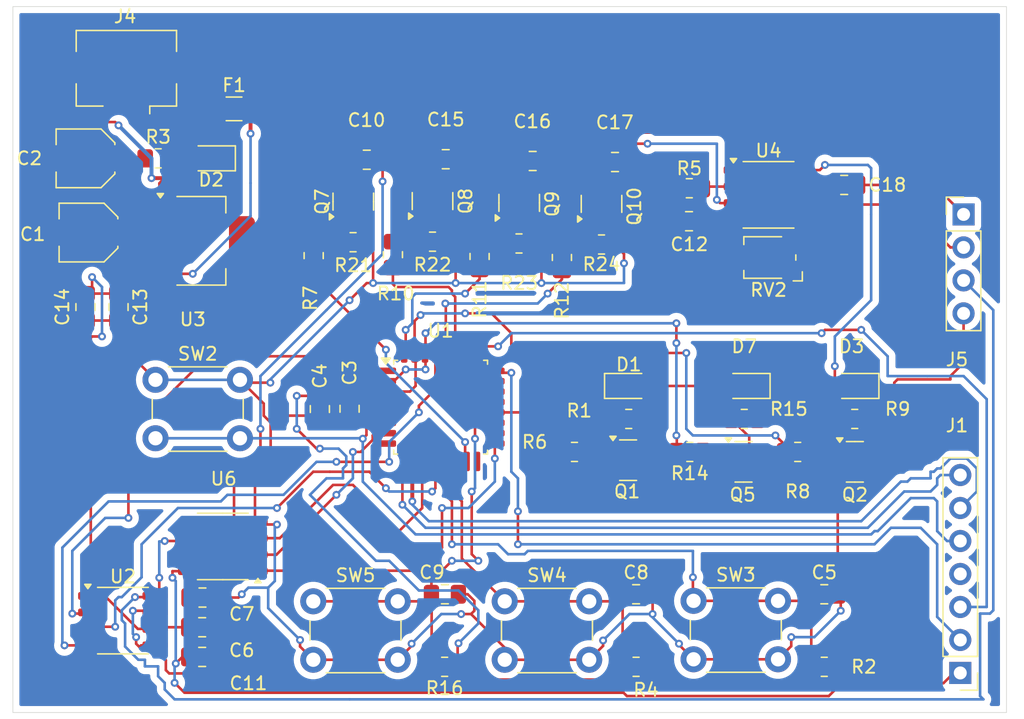
<source format=kicad_pcb>
(kicad_pcb (version 20240108) (generator "pcbnew") (generator_version "8.0")
  (layers (0 "F.Cu" signal) (31 "B.Cu" signal) (34 "B.Paste" user) (35 "F.Paste" user) (36 "B.SilkS" user "B.Silkscreen") (37 "F.SilkS" user "F.Silkscreen") (38 "B.Mask" user) (39 "F.Mask" user) (44 "Edge.Cuts" user))
  (net 0 "")
  (net 1 "<NO NET>")
  (net 2 "+5V")
  (net 3 "Net-(U3-VO)")
  (net 4 "+3V3")
  (net 5 "BT1")
  (net 6 "BT2")
  (net 7 "BT3")
  (net 8 "SORTIE_FILTRE")
  (net 9 "Net-(Q7-D)")
  (net 10 "+3.3V")
  (net 11 "Net-(C12-Pad1)")
  (net 12 "Net-(Q8-D)")
  (net 13 "Net-(Q9-D)")
  (net 14 "Net-(Q10-D)")
  (net 15 "Filter_Out_Ac")
  (net 16 "Filter_Out_Ac_Dc")
  (net 17 "Net-(D1-K)")
  (net 18 "Net-(D2-A)")
  (net 19 "Net-(D3-K)")
  (net 20 "Net-(D7-K)")
  (net 21 "Net-(J4-VBUS)")
  (net 22 "SWD_CLK_A")
  (net 23 "µc_TX{slash}stlink_TX_A")
  (net 24 "µc_TX{slash}stlink_RX_A")
  (net 25 "SWD_IO_A")
  (net 26 "GND")
  (net 27 "nrst_A")
  (net 35 "Out_DAC")
  (net 36 "Net-(Q1-B)")
  (net 37 "Net-(Q1-C)")
  (net 38 "Net-(Q2-C)")
  (net 39 "Net-(Q2-B)")
  (net 40 "Net-(Q5-C)")
  (net 41 "Net-(Q5-B)")
  (net 42 "Net-(Q7-G)")
  (net 43 "Net-(Q8-G)")
  (net 44 "Net-(Q9-G)")
  (net 45 "Net-(Q10-G)")
  (net 46 "Net-(U4A--)")
  (net 47 "LED1")
  (net 48 "SW1")
  (net 49 "LED3")
  (net 50 "SW2")
  (net 51 "SW3")
  (net 52 "SW4")
  (net 53 "LED2")
  (net 54 "Net-(U4B-+)")
  (net 55 "SPI2_MOSI")
  (net 56 "{slash}CS_DAC")
  (net 57 "{slash}CS_POT")
  (net 59 "SPI1_SCK")
  (net 61 "SPI1_MOSI")
  (net 67 "SPI2_SCK")
  (footprint "LED_SMD:LED_0805_2012Metric_Pad1.15x1.40mm_HandSolder" (layer "F.Cu") (at 230.14 76.454 180)
    (property "Reference" "D7")
    (property "Value" "LED")
  )
  (footprint "Capacitor_SMD:C_0805_2012Metric_Pad1.18x1.45mm_HandSolder" (layer "F.Cu") (at 179.324 70.3795 -90)
    (property "Reference" "C14")
    (property "Value" "0.1u")
  )
  (footprint "Capacitor_SMD:C_0805_2012Metric_Pad1.18x1.45mm_HandSolder" (layer "F.Cu") (at 220.0675 59.211 180)
    (property "Reference" "C17")
    (property "Value" "C")
  )
  (footprint "Resistor_SMD:R_0805_2012Metric_Pad1.20x1.40mm_HandSolder" (layer "F.Cu") (at 221.69 98.08 180)
    (property "Reference" "R4")
    (property "Value" "10k")
  )
  (footprint "Button_Switch_THT:SW_PUSH_6mm" (layer "F.Cu") (at 226.112 93)
    (property "Reference" "SW3")
    (property "Value" "SW_Omron_B3FS")
  )
  (footprint "Capacitor_SMD:C_Elec_4x5.4" (layer "F.Cu") (at 179.324 58.928 180)
    (property "Reference" "C2")
    (property "Value" "100u")
  )
  (footprint "Resistor_SMD:R_0805_2012Metric_Pad1.20x1.40mm_HandSolder" (layer "F.Cu") (at 216.948 81.534 180)
    (property "Reference" "R6")
    (property "Value" "2k2")
  )
  (footprint "Capacitor_SMD:C_0805_2012Metric_Pad1.18x1.45mm_HandSolder" (layer "F.Cu") (at 188.3235 92.746)
    (property "Reference" "C7")
    (property "Value" "0.1u")
  )
  (footprint "Package_SO:SOIC-8_3.9x4.9mm_P1.27mm" (layer "F.Cu") (at 189.891 88.809 180)
    (property "Reference" "U6")
    (property "Value" "MCP4131")
  )
  (footprint "Package_TO_SOT_SMD:SOT-23" (layer "F.Cu") (at 238.522 82.296)
    (property "Reference" "Q2")
    (property "Value" "BC817")
  )
  (footprint "LED_SMD:LED_0805_2012Metric_Pad1.15x1.40mm_HandSolder" (layer "F.Cu") (at 188.9965 58.928 180)
    (property "Reference" "D2")
    (property "Value" "LED")
  )
  (footprint "Potentiometer_SMD:Potentiometer_Bourns_TC33X_Vertical" (layer "F.Cu") (at 231.88 66.564 180)
    (property "Reference" "RV2")
    (property "Value" "~")
  )
  (footprint "Resistor_SMD:R_0805_2012Metric_Pad1.20x1.40mm_HandSolder" (layer "F.Cu") (at 230.013 78.994)
    (property "Reference" "R15")
    (property "Value" "330R")
  )
  (footprint "Resistor_SMD:R_0805_2012Metric_Pad1.20x1.40mm_HandSolder" (layer "F.Cu") (at 215.982 66.561 -90)
    (property "Reference" "R12")
    (property "Value" "330")
  )
  (footprint "Package_TO_SOT_SMD:SOT-223" (layer "F.Cu") (at 188.214 65.278)
    (property "Reference" "U3")
    (property "Value" "LM1117MP-3.3")
  )
  (footprint "Package_TO_SOT_SMD:SOT-23" (layer "F.Cu") (at 219.03 62.4345 90)
    (property "Reference" "Q10")
    (property "Value" "IRLML0030")
  )
  (footprint "Package_TO_SOT_SMD:SOT-23" (layer "F.Cu") (at 212.696 62.356 90)
    (property "Reference" "Q9")
    (property "Value" "IRLML0030")
  )
  (footprint "Capacitor_SMD:C_0805_2012Metric_Pad1.18x1.45mm_HandSolder" (layer "F.Cu") (at 197.358 78.232 -90)
    (property "Reference" "C4")
    (property "Value" "4u7")
  )
  (footprint "Capacitor_SMD:C_0805_2012Metric_Pad1.18x1.45mm_HandSolder" (layer "F.Cu") (at 188.302 97.318 180)
    (property "Reference" "C11")
    (property "Value" "0.1u")
  )
  (footprint "Capacitor_SMD:C_0805_2012Metric_Pad1.18x1.45mm_HandSolder" (layer "F.Cu") (at 221.69 92.492)
    (property "Reference" "C8")
    (property "Value" "1u")
  )
  (footprint "Resistor_SMD:R_0805_2012Metric_Pad1.20x1.40mm_HandSolder" (layer "F.Cu") (at 234.1255 81.534 180)
    (property "Reference" "R8")
    (property "Value" "2k2")
  )
  (footprint "Resistor_SMD:R_0805_2012Metric_Pad1.20x1.40mm_HandSolder" (layer "F.Cu") (at 199.914 65.3855)
    (property "Reference" "R21")
    (property "Value" "10k")
  )
  (footprint "Resistor_SMD:R_0805_2012Metric_Pad1.20x1.40mm_HandSolder" (layer "F.Cu") (at 206.958 98.08 180)
    (property "Reference" "R16")
    (property "Value" "10k")
  )
  (footprint "Resistor_SMD:R_0805_2012Metric_Pad1.20x1.40mm_HandSolder" (layer "F.Cu") (at 225.784 61.23 180)
    (property "Reference" "R5")
    (property "Value" "R")
  )
  (footprint "Package_SO:SOIC-8_3.9x4.9mm_P1.27mm" (layer "F.Cu") (at 231.88 61.738)
    (property "Reference" "U4")
    (property "Value" "TLV2372")
  )
  (footprint "Package_TO_SOT_SMD:SOT-23" (layer "F.Cu") (at 206.026 62.21825 90)
    (property "Reference" "Q8")
    (property "Value" "IRLML0030")
  )
  (footprint "Capacitor_SMD:C_0805_2012Metric_Pad1.18x1.45mm_HandSolder" (layer "F.Cu") (at 225.7625 63.77)
    (property "Reference" "C12")
    (property "Value" "C")
  )
  (footprint "Resistor_SMD:R_0805_2012Metric_Pad1.20x1.40mm_HandSolder" (layer "F.Cu") (at 225.822 81.534 180)
    (property "Reference" "R14")
    (property "Value" "2k2")
  )
  (footprint "Resistor_SMD:R_0805_2012Metric_Pad1.20x1.40mm_HandSolder" (layer "F.Cu") (at 236.168 98.08 180)
    (property "Reference" "R2")
    (property "Value" "10k")
  )
  (footprint "Package_TO_SOT_SMD:SOT-23" (layer "F.Cu") (at 199.93 62.259 90)
    (property "Reference" "Q7")
    (property "Value" "IRLML0030")
  )
  (footprint "Capacitor_SMD:C_0805_2012Metric_Pad1.18x1.45mm_HandSolder" (layer "F.Cu") (at 213.7335 59.1325 180)
    (property "Reference" "C16")
    (property "Value" "C")
  )
  (footprint "Package_SO:SOIC-8_3.9x4.9mm_P1.27mm" (layer "F.Cu") (at 182.206 94.524)
    (property "Reference" "U2")
    (property "Value" "MCP4901")
  )
  (footprint "Capacitor_SMD:C_0805_2012Metric_Pad1.18x1.45mm_HandSolder" (layer "F.Cu") (at 200.9675 59.0355 180)
    (property "Reference" "C10")
    (property "Value" "C")
  )
  (footprint "Resistor_SMD:R_0805_2012Metric_Pad1.20x1.40mm_HandSolder" (layer "F.Cu") (at 219.03 65.561)
    (property "Reference" "R24")
    (property "Value" "10k")
  )
  (footprint "Resistor_SMD:R_0805_2012Metric_Pad1.20x1.40mm_HandSolder" (layer "F.Cu") (at 221.123 78.994 180)
    (property "Reference" "R1")
    (property "Value" "330R")
  )
  (footprint "Resistor_SMD:R_0805_2012Metric_Pad1.20x1.40mm_HandSolder" (layer "F.Cu") (at 212.68 65.4825)
    (property "Reference" "R23")
    (property "Value" "10k")
  )
  (footprint "Package_QFP:LQFP-32_7x7mm_P0.8mm" (layer "F.Cu") (at 206.648 78.089)
    (property "Reference" "U1")
    (property "Value" "STM32G031K8Tx")
  )
  (footprint "Capacitor_SMD:C_0805_2012Metric_Pad1.18x1.45mm_HandSolder" (layer "F.Cu") (at 237.7005 60.976)
    (property "Reference" "C18")
    (property "Value" "C")
  )
  (footprint "LED_SMD:LED_0805_2012Metric_Pad1.15x1.40mm_HandSolder" (layer "F.Cu") (at 238.513 76.454 180)
    (property "Reference" "D3")
    (property "Value" "LED")
  )
  (footprint "Button_Switch_THT:SW_PUSH_6mm" (layer "F.Cu") (at 196.85 93.036)
    (property "Reference" "SW5")
    (property "Value" "SW_Omron_B3FS")
  )
  (footprint "Connector_USB:USB_Micro-B_Amphenol_10104110_Horizontal" (layer "F.Cu") (at 182.469 53.243 180)
    (property "Reference" "J4")
    (property "Value" "USB_B_Micro")
  )
  (footprint "Resistor_SMD:R_0805_2012Metric_Pad1.20x1.40mm_HandSolder" (layer "F.Cu") (at 184.9165 58.928)
    (property "Reference" "R3")
    (property "Value" "330R")
  )
  (footprint "LED_SMD:LED_0805_2012Metric_Pad1.15x1.40mm_HandSolder" (layer "F.Cu") (at 221.123 76.454)
    (property "Reference" "D1")
    (property "Value" "LED")
  )
  (footprint "Capacitor_SMD:C_Elec_4x5.4" (layer "F.Cu") (at 179.554 64.643 180)
    (property "Reference" "C1")
    (property "Value" "10u")
  )
  (footprint "Fuse:Fuse_1206_3216Metric_Pad1.42x1.75mm_HandSolder" (layer "F.Cu") (at 190.754 55.118)
    (property "Reference" "F1")
    (property "Value" "Polyfuse")
  )
  (footprint "Button_Switch_THT:SW_PUSH_6mm" (layer "F.Cu") (at 211.582 93.036)
    (property "Reference" "SW4")
    (property "Value" "SW_Omron_B3FS")
  )
  (footprint "Package_TO_SOT_SMD:SOT-23" (layer "F.Cu") (at 229.9555 82.296)
    (property "Reference" "Q5")
    (property "Value" "BC817")
  )
  (footprint "Resistor_SMD:R_0805_2012Metric_Pad1.20x1.40mm_HandSolder" (layer "F.Cu") (at 206.026 65.34475)
    (property "Reference" "R22")
    (property "Value" "10k")
  )
  (footprint "Resistor_SMD:R_0805_2012Metric_Pad1.20x1.40mm_HandSolder" (layer "F.Cu") (at 196.882 66.4175 -90)
    (property "Reference" "R7")
    (property "Value" "330")
  )
  (footprint "Capacitor_SMD:C_0805_2012Metric_Pad1.18x1.45mm_HandSolder" (layer "F.Cu") (at 207.042 58.99475 180)
    (property "Reference" "C15")
    (property "Value" "C")
  )
  (footprint "Capacitor_SMD:C_0805_2012Metric_Pad1.18x1.45mm_HandSolder" (layer "F.Cu") (at 188.302 95.032)
    (property "Reference" "C6")
    (property "Value" "10u")
  )
  (footprint "Button_Switch_THT:SW_PUSH_6mm" (layer "F.Cu") (at 184.71 75.982)
    (property "Reference" "SW2")
    (property "Value" "Reset")
  )
  (footprint "Resistor_SMD:R_0805_2012Metric_Pad1.20x1.40mm_HandSolder" (layer "F.Cu") (at 202.978 66.34475 -90)
    (property "Reference" "R10")
    (property "Value" "330")
  )
  (footprint "Connector_PinHeader_2.54mm:PinHeader_1x04_P2.54mm_Vertical" (layer "F.Cu") (at 246.888 63.246)
    (property "Reference" "J5")
    (property "Value" "Conn_01x04")
  )
  (footprint "Connector_PinHeader_2.54mm:PinHeader_1x07_P2.54mm_Vertical" (layer "F.Cu") (at 246.634 98.552 180)
    (property "Reference" "J1")
    (property "Value" "STLink V3")
  )
  (footprint "Package_TO_SOT_SMD:SOT-23" (layer "F.Cu") (at 221.0745 82.169)
    (property "Reference" "Q1")
    (property "Value" "BC817")
  )
  (footprint "Capacitor_SMD:C_0805_2012Metric_Pad1.18x1.45mm_HandSolder" (layer "F.Cu") (at 236.168 92.492)
    (property "Reference" "C5")
    (property "Value" "1u")
  )
  (footprint "Capacitor_SMD:C_0805_2012Metric_Pad1.18x1.45mm_HandSolder" (layer "F.Cu") (at 199.644 78.2105 -90)
    (property "Reference" "C3")
    (property "Value" "100n")
  )
  (footprint "Capacitor_SMD:C_0805_2012Metric_Pad1.18x1.45mm_HandSolder" (layer "F.Cu") (at 181.864 70.3795 -90)
    (property "Reference" "C13")
    (property "Value" "6.8u")
  )
  (footprint "Resistor_SMD:R_0805_2012Metric_Pad1.20x1.40mm_HandSolder" (layer "F.Cu") (at 238.513 78.994)
    (property "Reference" "R9")
    (property "Value" "330R")
  )
  (footprint "Capacitor_SMD:C_0805_2012Metric_Pad1.18x1.45mm_HandSolder" (layer "F.Cu") (at 206.9795 92.492)
    (property "Reference" "C9")
    (property "Value" "1u")
  )
  (footprint "Resistor_SMD:R_0805_2012Metric_Pad1.20x1.40mm_HandSolder" (layer "F.Cu") (at 209.648 66.4825 -90)
    (property "Reference" "R11")
    (property "Value" "330")
  )
  (gr_rect (start 173.736 47.244) (end 250.19 101.6) (stroke (width 0.05)) (fill none) (layer "Edge.Cuts"))
  (segment (start 209.244 93) (end 208.736 92.492) (width 0.2) (layer "F.Cu") (net 1))
  (segment (start 178.097 71.417) (end 178.054 71.374) (width 0.2) (layer "F.Cu") (net 1))
  (segment (start 192.366 83.478) (end 193.5695 82.2745) (width 0.2) (layer "F.Cu") (net 1))
  (segment (start 196.8285 78.74) (end 197.358 79.2695) (width 0.2) (layer "F.Cu") (net 1))
  (segment (start 225.009 65.561) (end 220.03 65.561) (width 0.2) (layer "F.Cu") (net 1))
  (segment (start 241.554 76.2) (end 241.554 80.264) (width 0.2) (layer "F.Cu") (net 1))
  (segment (start 226.112 97.5) (end 224.992 96.38) (width 0.2) (layer "F.Cu") (net 1))
  (segment (start 224.992 96.38) (end 224.992 96.302) (width 0.2) (layer "F.Cu") (net 1))
  (segment (start 184.554 93.762) (end 182.968 93.762) (width 0.2) (layer "F.Cu") (net 1))
  (segment (start 178.054 71.374) (end 178.054 67.818) (width 0.2) (layer "F.Cu") (net 1))
  (segment (start 246.888 74.676) (end 245.872 75.692) (width 0.2) (layer "F.Cu") (net 1))
  (segment (start 181.169 54.793) (end 181.169 55.559) (width 0.2) (layer "F.Cu") (net 1))
  (segment (start 184.404 60.452) (end 185.42 60.452) (width 0.3) (layer "F.Cu") (net 1))
  (segment (start 200.88 65.3515) (end 200.914 65.3855) (width 0.2) (layer "F.Cu") (net 1))
  (segment (start 202.473 78.489) (end 201.171 78.489) (width 0.2) (layer "F.Cu") (net 1))
  (segment (start 229.018 83.246) (end 220.264 83.246) (width 0.2) (layer "F.Cu") (net 1))
  (segment (start 214.408 68.5305) (end 214.408 66.2105) (width 0.2) (layer "F.Cu") (net 1))
  (segment (start 220.264 83.246) (end 220.137 83.119) (width 0.2) (layer "F.Cu") (net 1))
  (segment (start 203.35 97.536) (end 204.418 96.468) (width 0.2) (layer "F.Cu") (net 1))
  (segment (start 184.681 96.429) (end 184.681 96.745) (width 0.2) (layer "F.Cu") (net 1))
  (segment (start 184.681 96.745) (end 185.508 97.572) (width 0.2) (layer "F.Cu") (net 1))
  (segment (start 193.5695 78.9725) (end 193.802 78.74) (width 0.2) (layer "F.Cu") (net 1))
  (segment (start 240.538 84.328) (end 237.2055 84.328) (width 0.2) (layer "F.Cu") (net 1))
  (segment (start 211.582 97.536) (end 211.582 96.608) (width 0.2) (layer "F.Cu") (net 1))
  (segment (start 207.026 65.34475) (end 207.026 63.20575) (width 0.2) (layer "F.Cu") (net 1))
  (segment (start 200.88 63.1965) (end 200.88 65.3515) (width 0.2) (layer "F.Cu") (net 1))
  (segment (start 241.808 75.946) (end 241.554 76.2) (width 0.2) (layer "F.Cu") (net 1))
  (segment (start 193.5695 79.2695) (end 193.5695 78.9725) (width 0.2) (layer "F.Cu") (net 1))
  (segment (start 181.864 71.417) (end 179.324 71.417) (width 0.2) (layer "F.Cu") (net 1))
  (segment (start 178.308 57.404) (end 178.308 58.269) (width 0.3) (layer "F.Cu") (net 1))
  (segment (start 185.762 98.588) (end 189.064 98.588) (width 0.2) (layer "F.Cu") (net 1))
  (segment (start 208.228 94.016) (end 208.99 94.016) (width 0.2) (layer "F.Cu") (net 1))
  (segment (start 193.548 76.2) (end 191.428 76.2) (width 0.2) (layer "F.Cu") (net 1))
  (segment (start 191.21 75.982) (end 193.04 77.812) (width 0.2) (layer "F.Cu") (net 1))
  (segment (start 222.96 92.7245) (end 222.7275 92.492) (width 0.2) (layer "F.Cu") (net 1))
  (segment (start 177.879 59.158) (end 177.879 64.643) (width 0.2) (layer "F.Cu") (net 1))
  (segment (start 185.064 60.858) (end 185.064 62.978) (width 0.3) (layer "F.Cu") (net 1))
  (segment (start 226.8 63.77) (end 229.278 63.77) (width 0.2) (layer "F.Cu") (net 1))
  (segment (start 176.784 67.31) (end 176.784 65.738) (width 0.2) (layer "F.Cu") (net 1))
  (segment (start 191.428 76.2) (end 191.21 75.982) (width 0.2) (layer "F.Cu") (net 1))
  (segment (start 201.454 68.5305) (end 201.454 65.9255) (width 0.2) (layer "F.Cu") (net 1))
  (segment (start 181.864 71.417) (end 181.864 73.136) (width 0.2) (layer "F.Cu") (net 1))
  (segment (start 178.054 67.818) (end 177.292 67.818) (width 0.2) (layer "F.Cu") (net 1))
  (segment (start 176.784 65.738) (end 177.879 64.643) (width 0.2) (layer "F.Cu") (net 1))
  (segment (start 177.292 67.818) (end 176.784 67.31) (width 0.2) (layer "F.Cu") (net 1))
  (segment (start 240.792 81.026) (end 240.792 84.074) (width 0.2) (layer "F.Cu") (net 1))
  (segment (start 189.3395 97.318) (end 189.3395 95.032) (width 0.2) (layer "F.Cu") (net 1))
  (segment (start 194.056 87.122) (end 192.584 87.122) (width 0.2) (layer "F.Cu") (net 1))
  (segment (start 233.628 95.794) (end 233.628 96.484) (width 0.2) (layer "F.Cu") (net 1))
  (segment (start 211.582 96.608) (end 208.99 94.016) (width 0.2) (layer "F.Cu") (net 1))
  (segment (start 213.68 65.4825) (end 213.68 63.3275) (width 0.2) (layer "F.Cu") (net 1))
  (segment (start 192.366 86.904) (end 192.366 83.478) (width 0.2) (layer "F.Cu") (net 1))
  (segment (start 220.03 65.561) (end 220.758 66.289) (width 0.2) (layer "F.Cu") (net 1))
  (segment (start 181.864 56.388) (end 181.61 56.134) (width 0.2) (layer "F.Cu") (net 1))
  (segment (start 229.018 83.246) (end 237.5845 83.246) (width 0.2) (layer "F.Cu") (net 1))
  (segment (start 181.169 55.559) (end 180.594 56.134) (width 0.3) (layer "F.Cu") (net 1))
  (segment (start 226.112 97.5) (end 232.612 97.5) (width 0.2) (layer "F.Cu") (net 1))
  (segment (start 196.85 97.536) (end 195.834 96.52) (width 0.2) (layer "F.Cu") (net 1))
  (segment (start 219.15 96.468) (end 219.15 96.048) (width 0.2) (layer "F.Cu") (net 1))
  (segment (start 193.04 77.812) (end 193.04 78.74) (width 0.2) (layer "F.Cu") (net 1))
  (segment (start 180.594 56.134) (end 179.324 57.404) (width 0.3) (layer "F.Cu") (net 1))
  (segment (start 192.584 87.122) (end 192.366 86.904) (width 0.2) (layer "F.Cu") (net 1))
  (segment (start 240.792 84.074) (end 240.538 84.328) (width 0.2) (layer "F.Cu") (net 1))
  (segment (start 189.361 92.746) (end 191.096 92.746) (width 0.2) (layer "F.Cu") (net 1))
  (segment (start 185.508 97.572) (end 185.508 98.334) (width 0.2) (layer "F.Cu") (net 1))
  (segment (start 196.85 97.536) (end 203.35 97.536) (width 0.2) (layer "F.Cu") (net 1))
  (segment (start 199.644 79.248) (end 197.3795 79.248) (width 0.2) (layer "F.Cu") (net 1))
  (segment (start 190.119 59.0255) (end 190.0215 58.928) (width 0.3) (layer "F.Cu") (net 1))
  (segment (start 204.418 96.468) (end 204.418 96.302) (width 0.2) (layer "F.Cu") (net 1))
  (segment (start 190.119 60.198) (end 190.119 59.0255) (width 0.3) (layer "F.Cu") (net 1))
  (segment (start 189.361 95.0105) (end 189.3395 95.032) (width 0.2) (layer "F.Cu") (net 1))
  (segment (start 185.039 62.953) (end 185.064 62.978) (width 0.2) (layer "F.Cu") (net 1))
  (segment (start 229.278 63.77) (end 229.405 63.643) (width 0.2) (layer "F.Cu") (net 1))
  (segment (start 193.04 78.74) (end 193.5695 79.2695) (width 0.2) (layer "F.Cu") (net 1))
  (segment (start 193.5695 82.2745) (end 193.5695 79.2695) (width 0.2) (layer "F.Cu") (net 1))
  (segment (start 190.119 60.198) (end 185.724 60.198) (width 0.3) (layer "F.Cu") (net 1))
  (segment (start 237.438 92.7245) (end 237.438 93.762) (width 0.2) (layer "F.Cu") (net 1))
  (segment (start 201.454 68.5305) (end 200.9635 68.5305) (width 0.2) (layer "F.Cu") (net 1))
  (segment (start 237.2055 92.492) (end 237.438 92.7245) (width 0.2) (layer "F.Cu") (net 1))
  (segment (start 207.804 68.5305) (end 207.804 66.12275) (width 0.2) (layer "F.Cu") (net 1))
  (segment (start 179.324 57.404) (end 178.308 57.404) (width 0.3) (layer "F.Cu") (net 1))
  (segment (start 189.064 98.588) (end 189.3395 98.3125) (width 0.2) (layer "F.Cu") (net 1))
  (segment (start 213.68 63.3275) (end 213.646 63.2935) (width 0.2) (layer "F.Cu") (net 1))
  (segment (start 184.681 93.889) (end 184.554 93.762) (width 0.2) (layer "F.Cu") (net 1))
  (segment (start 207.026 63.20575) (end 206.976 63.15575) (width 0.2) (layer "F.Cu") (net 1))
  (segment (start 191.096 92.746) (end 191.35 92.492) (width 0.2) (layer "F.Cu") (net 1))
  (segment (start 211.582 97.536) (end 218.082 97.536) (width 0.2) (layer "F.Cu") (net 1))
  (segment (start 201.168 78.486) (end 200.406 79.248) (width 0.2) (layer "F.Cu") (net 1))
  (segment (start 241.554 80.264) (end 240.792 81.026) (width 0.2) (layer "F.Cu") (net 1))
  (segment (start 237.2055 83.625) (end 237.5845 83.246) (width 0.2) (layer "F.Cu") (net 1))
  (segment (start 220.03 63.422) (end 219.98 63.372) (width 0.2) (layer "F.Cu") (net 1))
  (segment (start 208.99 94.016) (end 209.244 93.762) (width 0.2) (layer "F.Cu") (net 1))
  (segment (start 233.628 96.484) (end 232.612 97.5) (width 0.2) (layer "F.Cu") (net 1))
  (segment (start 181.864 73.136) (end 184.71 75.982) (width 0.2) (layer "F.Cu") (net 1))
  (segment (start 214.408 66.2105) (end 213.68 65.4825) (width 0.2) (layer "F.Cu") (net 1))
  (segment (start 197.3795 79.248) (end 197.358 79.2695) (width 0.2) (layer "F.Cu") (net 1))
  (segment (start 189.3395 98.3125) (end 189.3395 97.318) (width 0.2) (layer "F.Cu") (net 1))
  (segment (start 220.758 66.289) (end 220.758 67.0065) (width 0.2) (layer "F.Cu") (net 1))
  (segment (start 208.736 92.492) (end 208.017 92.492) (width 0.2) (layer "F.Cu") (net 1))
  (segment (start 181.61 56.134) (end 180.594 56.134) (width 0.2) (layer "F.Cu") (net 1))
  (segment (start 183.476 96.556) (end 183.603 96.429) (width 0.2) (layer "F.Cu") (net 1))
  (segment (start 189.361 92.746) (end 189.361 95.0105) (width 0.2) (layer "F.Cu") (net 1))
  (segment (start 207.804 66.12275) (end 207.026 65.34475) (width 0.2) (layer "F.Cu") (net 1))
  (segment (start 183.603 96.429) (end 184.681 96.429) (width 0.2) (layer "F.Cu") (net 1))
  (segment (start 222.96 94.016) (end 222.96 92.7245) (width 0.2) (layer "F.Cu") (net 1))
  (segment (start 179.324 71.417) (end 178.097 71.417) (width 0.2) (layer "F.Cu") (net 1))
  (segment (start 246.888 70.866) (end 246.888 74.676) (width 0.2) (layer "F.Cu") (net 1))
  (segment (start 209.244 93.762) (end 209.244 93) (width 0.2) (layer "F.Cu") (net 1))
  (segment (start 185.508 98.334) (end 185.762 98.588) (width 0.2) (layer "F.Cu") (net 1))
  (segment (start 185.445 60.477) (end 185.064 60.858) (width 0.3) (layer "F.Cu") (net 1))
  (segment (start 220.03 65.561) (end 220.03 63.422) (width 0.2) (layer "F.Cu") (net 1))
  (segment (start 185.42 60.452) (end 185.445 60.477) (width 0.3) (layer "F.Cu") (net 1))
  (segment (start 193.802 78.74) (end 196.8285 78.74) (width 0.2) (layer "F.Cu") (net 1))
  (segment (start 200.9635 68.5305) (end 199.644 69.85) (width 0.2) (layer "F.Cu") (net 1))
  (segment (start 201.171 78.489) (end 201.168 78.486) (width 0.2) (layer "F.Cu") (net 1))
  (segment (start 245.872 75.946) (end 241.808 75.946) (width 0.2) (layer "F.Cu") (net 1))
  (segment (start 183.222 96.302) (end 183.476 96.556) (width 0.2) (layer "F.Cu") (net 1))
  (segment (start 195.834 96.52) (end 195.834 96.012) (width 0.2) (layer "F.Cu") (net 1))
  (segment (start 237.2055 84.328) (end 237.2055 83.625) (width 0.2) (layer "F.Cu") (net 1))
  (segment (start 201.454 65.9255) (end 200.914 65.3855) (width 0.2) (layer "F.Cu") (net 1))
  (segment (start 245.872 75.692) (end 245.872 75.946) (width 0.2) (layer "F.Cu") (net 1))
  (segment (start 178.308 58.269) (end 177.649 58.928) (width 0.2) (layer "F.Cu") (net 1))
  (segment (start 185.724 60.198) (end 185.445 60.477) (width 0.3) (layer "F.Cu") (net 1))
  (segment (start 200.406 79.248) (end 199.644 79.248) (width 0.2) (layer "F.Cu") (net 1))
  (segment (start 183.222 95.794) (end 183.222 96.302) (width 0.2) (layer "F.Cu") (net 1))
  (segment (start 218.082 97.536) (end 219.15 96.468) (width 0.2) (layer "F.Cu") (net 1))
  (segment (start 177.649 58.928) (end 177.879 59.158) (width 0.2) (layer "F.Cu") (net 1))
  (segment (start 226.8 63.77) (end 225.009 65.561) (width 0.2) (layer "F.Cu") (net 1))
  (segment (start 237.2055 92.492) (end 237.2055 84.328) (width 0.2) (layer "F.Cu") (net 1))
  (via (at 208.228 94.016) (size 0.6) (drill 0.3) (layers "F.Cu" "B.Cu") (net 1))
  (via (at 199.644 69.85) (size 0.6) (drill 0.3) (layers "F.Cu" "B.Cu") (net 1))
  (via (at 224.992 96.302) (size 0.6) (drill 0.3) (layers "F.Cu" "B.Cu") (net 1))
  (via (at 207.804 68.5305) (size 0.6) (drill 0.3) (layers "F.Cu" "B.Cu") (net 1))
  (via (at 222.96 94.016) (size 0.6) (drill 0.3) (layers "F.Cu" "B.Cu") (net 1))
  (via (at 194.056 87.122) (size 0.6) (drill 0.3) (layers "F.Cu" "B.Cu") (net 1))
  (via (at 214.408 68.5305) (size 0.6) (drill 0.3) (layers "F.Cu" "B.Cu") (net 1))
  (via (at 191.35 92.492) (size 0.6) (drill 0.3) (layers "F.Cu" "B.Cu") (net 1))
  (via (at 195.834 96.012) (size 0.6) (drill 0.3) (layers "F.Cu" "B.Cu") (net 1))
  (via (at 201.454 68.5305) (size 0.6) (drill 0.3) (layers "F.Cu" "B.Cu") (net 1))
  (via (at 181.864 56.388) (size 0.6) (drill 0.3) (layers "F.Cu" "B.Cu") (net 1))
  (via (at 193.548 76.2) (size 0.6) (drill 0.3) (layers "F.Cu" "B.Cu") (net 1))
  (via (at 182.968 93.762) (size 0.6) (drill 0.3) (layers "F.Cu" "B.Cu") (net 1))
  (via (at 237.438 93.762) (size 0.6) (drill 0.3) (layers "F.Cu" "B.Cu") (net 1))
  (via (at 219.15 96.048) (size 0.6) (drill 0.3) (layers "F.Cu" "B.Cu") (net 1))
  (via (at 184.404 60.452) (size 0.6) (drill 0.3) (layers "F.Cu" "B.Cu") (net 1))
  (via (at 204.418 96.302) (size 0.6) (drill 0.3) (layers "F.Cu" "B.Cu") (net 1))
  (via (at 233.628 95.794) (size 0.6) (drill 0.3) (layers "F.Cu" "B.Cu") (net 1))
  (via (at 220.758 67.0065) (size 0.6) (drill 0.3) (layers "F.Cu" "B.Cu") (net 1))
  (via (at 183.222 95.794) (size 0.6) (drill 0.3) (layers "F.Cu" "B.Cu") (net 1))
  (segment (start 196.088 73.406) (end 193.548 75.946) (width 0.2) (layer "B.Cu") (net 1))
  (segment (start 193.548 75.946) (end 193.548 76.2) (width 0.2) (layer "B.Cu") (net 1))
  (segment (start 193.89 87.288) (end 194.056 87.122) (width 0.2) (layer "B.Cu") (net 1))
  (segment (start 214.408 68.5305) (end 207.804 68.5305) (width 0.2) (layer "B.Cu") (net 1))
  (segment (start 204.418 96.302) (end 206.704 94.016) (width 0.2) (layer "B.Cu") (net 1))
  (segment (start 237.438 93.762) (end 235.406 95.794) (width 0.2) (layer "B.Cu") (net 1))
  (segment (start 220.758 67.0065) (end 220.758 68.5305) (width 0.2) (layer "B.Cu") (net 1))
  (segment (start 222.96 94.27) (end 222.96 94.016) (width 0.2) (layer "B.Cu") (net 1))
  (segment (start 219.15 96.048) (end 221.182 94.016) (width 0.2) (layer "B.Cu") (net 1))
  (segment (start 193.382 93.56) (end 193.382 91.984) (width 0.2) (layer "B.Cu") (net 1))
  (segment (start 193.382 91.984) (end 193.89 91.476) (width 0.2) (layer "B.Cu") (net 1))
  (segment (start 220.758 68.5305) (end 214.408 68.5305) (width 0.2) (layer "B.Cu") (net 1))
  (segment (start 235.406 95.794) (end 233.628 95.794) (width 0.2) (layer "B.Cu") (net 1))
  (segment (start 199.644 69.85) (end 196.088 73.406) (width 0.2) (layer "B.Cu") (net 1))
  (segment (start 195.834 96.012) (end 193.382 93.56) (width 0.2) (layer "B.Cu") (net 1))
  (segment (start 206.704 94.016) (end 208.228 94.016) (width 0.2) (layer "B.Cu") (net 1))
  (segment (start 191.35 92.492) (end 191.858 91.984) (width 0.2) (layer "B.Cu") (net 1))
  (segment (start 191.858 91.984) (end 193.382 91.984) (width 0.2) (layer "B.Cu") (net 1))
  (segment (start 221.182 94.016) (end 222.96 94.016) (width 0.2) (layer "B.Cu") (net 1))
  (segment (start 181.864 56.388) (end 184.404 58.928) (width 0.3) (layer "B.Cu") (net 1))
  (segment (start 207.804 68.5305) (end 201.454 68.5305) (width 0.2) (layer "B.Cu") (net 1))
  (segment (start 184.71 75.982) (end 191.21 75.982) (width 0.2) (layer "B.Cu") (net 1))
  (segment (start 184.404 58.928) (end 184.404 60.452) (width 0.3) (layer "B.Cu") (net 1))
  (segment (start 182.968 93.762) (end 182.968 95.54) (width 0.2) (layer "B.Cu") (net 1))
  (segment (start 224.992 96.302) (end 222.96 94.27) (width 0.2) (layer "B.Cu") (net 1))
  (segment (start 182.968 95.54) (end 183.222 95.794) (width 0.2) (layer "B.Cu") (net 1))
  (segment (start 193.89 91.476) (end 193.89 87.288) (width 0.2) (layer "B.Cu") (net 1))
  (segment (start 236.982 75.948) (end 237.488 76.454) (width 0.2) (layer "F.Cu") (net 2))
  (segment (start 229.124 75.184) (end 229.124 76.445) (width 0.2) (layer "F.Cu") (net 2))
  (segment (start 181.229 64.643) (end 181.229 65.405) (width 0.3) (layer "F.Cu") (net 2))
  (segment (start 182.626 66.802) (end 184.288 66.802) (width 0.3) (layer "F.Cu") (net 2))
  (segment (start 187.286 95.0105) (end 187.2645 95.032) (width 0.2) (layer "F.Cu") (net 2))
  (segment (start 179.731 72.745) (end 179.832 72.644) (width 0.2) (layer "F.Cu") (net 2))
  (segment (start 179.731 92.619) (end 179.731 72.745) (width 0.2) (layer "F.Cu") (net 2))
  (segment (start 179.832 68.072) (end 179.832 68.834) (width 0.2) (layer "F.Cu") (net 2))
  (segment (start 234.355 59.833) (end 235.823 59.833) (width 0.2) (layer "F.Cu") (net 2))
  (segment (start 237.488 76.454) (end 232.426 76.454) (width 0.2) (layer "F.Cu") (net 2))
  (segment (start 192.786 55.118) (end 192.2415 55.118) (width 0.2) (layer "F.Cu") (net 2))
  (segment (start 184.164 67.578) (end 185.064 67.578) (width 0.2) (layer "F.Cu") (net 2))
  (segment (start 184.808 95.032) (end 184.681 95.159) (width 0.2) (layer "F.Cu") (net 2))
  (segment (start 229.115 76.454) (end 222.148 76.454) (width 0.2) (layer "F.Cu") (net 2))
  (segment (start 179.832 68.834) (end 179.324 69.342) (width 0.2) (layer "F.Cu") (net 2))
  (segment (start 179.832 72.644) (end 180.594 72.644) (width 0.2) (layer "F.Cu") (net 2))
  (segment (start 229.124 76.445) (end 229.115 76.454) (width 0.2) (layer "F.Cu") (net 2))
  (segment (start 179.731 92.619) (end 180.809 92.619) (width 0.2) (layer "F.Cu") (net 2))
  (segment (start 182.626 68.58) (end 182.626 66.802) (width 0.2) (layer "F.Cu") (net 2))
  (segment (start 232.426 76.454) (end 232.426 75.184) (width 0.2) (layer "F.Cu") (net 2))
  (segment (start 184.288 66.802) (end 185.064 67.578) (width 0.3) (layer "F.Cu") (net 2))
  (segment (start 192.024 55.3355) (end 192.024 57.023) (width 0.3) (layer "F.Cu") (net 2))
  (segment (start 187.286 92.746) (end 187.286 95.0105) (width 0.2) (layer "F.Cu") (net 2))
  (segment (start 181.864 69.342) (end 182.626 68.58) (width 0.2) (layer "F.Cu") (net 2))
  (segment (start 185.304 67.818) (end 185.064 67.578) (width 0.2) (layer "F.Cu") (net 2))
  (segment (start 234.355 59.833) (end 234.355 57.571) (width 0.2) (layer "F.Cu") (net 2))
  (segment (start 234.355 57.571) (end 233.68 56.896) (width 0.2) (layer "F.Cu") (net 2))
  (segment (start 187.2645 95.032) (end 184.808 95.032) (width 0.2) (layer "F.Cu") (net 2))
  (segment (start 194.564 56.896) (end 192.786 55.118) (width 0.3) (layer "F.Cu") (net 2))
  (segment (start 181.229 65.405) (end 182.626 66.802) (width 0.3) (layer "F.Cu") (net 2))
  (segment (start 232.426 75.184) (end 229.124 75.184) (width 0.2) (layer "F.Cu") (net 2))
  (segment (start 192.2415 55.118) (end 192.024 55.3355) (width 0.2) (layer "F.Cu") (net 2))
  (segment (start 180.809 92.619) (end 183.349 95.159) (width 0.2) (layer "F.Cu") (net 2))
  (segment (start 183.349 95.159) (end 184.681 95.159) (width 0.2) (layer "F.Cu") (net 2))
  (segment (start 187.579 67.818) (end 185.304 67.818) (width 0.2) (layer "F.Cu") (net 2))
  (segment (start 179.324 69.342) (end 181.864 69.342) (width 0.2) (layer "F.Cu") (net 2))
  (segment (start 236.982 74.93) (end 236.982 75.948) (width 0.2) (layer "F.Cu") (net 2))
  (segment (start 233.68 56.896) (end 194.564 56.896) (width 0.3) (layer "F.Cu") (net 2))
  (segment (start 235.823 59.833) (end 236.22 59.436) (width 0.2) (layer "F.Cu") (net 2))
  (via (at 187.579 67.818) (size 0.6) (drill 0.3) (layers "F.Cu" "B.Cu") (net 2))
  (via (at 236.982 74.93) (size 0.6) (drill 0.3) (layers "F.Cu" "B.Cu") (net 2))
  (via (at 180.594 72.644) (size 0.6) (drill 0.3) (layers "F.Cu" "B.Cu") (net 2))
  (via (at 236.22 59.436) (size 0.6) (drill 0.3) (layers "F.Cu" "B.Cu") (net 2))
  (via (at 192.024 57.023) (size 0.6) (drill 0.3) (layers "F.Cu" "B.Cu") (net 2))
  (via (at 179.832 68.072) (size 0.6) (drill 0.3) (layers "F.Cu" "B.Cu") (net 2))
  (segment (start 192.024 60.833) (end 192.024 63.373) (width 0.2) (layer "B.Cu") (net 2))
  (segment (start 180.594 68.834) (end 179.832 68.072) (width 0.2) (layer "B.Cu") (net 2))
  (segment (start 239.522 59.436) (end 239.776 59.69) (width 0.2) (layer "B.Cu") (net 2))
  (segment (start 239.776 59.69) (end 239.776 63.246) (width 0.2) (layer "B.Cu") (net 2))
  (segment (start 237.236 72.39) (end 236.982 72.644) (width 0.2) (layer "B.Cu") (net 2))
  (segment (start 192.024 57.023) (end 192.024 60.833) (width 0.2) (layer "B.Cu") (net 2))
  (segment (start 239.776 63.246) (end 239.776 69.85) (width 0.2) (layer "B.Cu") (net 2))
  (segment (start 192.024 63.373) (end 187.579 67.818) (width 0.2) (layer "B.Cu") (net 2))
  (segment (start 236.22 59.436) (end 239.522 59.436) (width 0.2) (layer "B.Cu") (net 2))
  (segment (start 239.776 69.85) (end 237.236 72.39) (width 0.2) (layer "B.Cu") (net 2))
  (segment (start 236.982 72.644) (end 236.982 74.93) (width 0.2) (layer "B.Cu") (net 2))
  (segment (start 180.594 72.644) (end 180.594 68.834) (width 0.2) (layer "B.Cu") (net 2))
  (segment (start 185.064 65.278) (end 184.81 65.024) (width 0.3) (layer "F.Cu") (net 3))
  (segment (start 183.9165 58.928) (end 183.769 59.0755) (width 0.2) (layer "F.Cu") (net 3))
  (segment (start 183.388 65.024) (end 183.388 59.4565) (width 0.3) (layer "F.Cu") (net 3))
  (segment (start 180.999 58.928) (end 183.9165 58.928) (width 0.2) (layer "F.Cu") (net 3))
  (segment (start 184.81 65.024) (end 183.388 65.024) (width 0.3) (layer "F.Cu") (net 3))
  (segment (start 183.388 59.4565) (end 183.9165 58.928) (width 0.3) (layer "F.Cu") (net 3))
  (segment (start 184.429 64.643) (end 185.064 65.278) (width 0.2) (layer "F.Cu") (net 3))
  (segment (start 237.168 99.112) (end 236.422 99.858) (width 0.2) (layer "F.Cu") (net 4))
  (segment (start 237.168 98.08) (end 237.168 99.112) (width 0.2) (layer "F.Cu") (net 4))
  (segment (start 200.871 77.173) (end 199.644 77.173) (width 0.2) (layer "F.Cu") (net 4))
  (segment (start 221.996 99.568) (end 222.286 99.858) (width 0.2) (layer "F.Cu") (net 4))
  (segment (start 197.358 81.28) (end 197.104 81.28) (width 0.2) (layer "F.Cu") (net 4))
  (segment (start 197.3365 77.216) (end 197.358 77.1945) (width 0.2) (layer "F.Cu") (net 4))
  (segment (start 207.958 98.08) (end 207.958 96.334) (width 0.2) (layer "F.Cu") (net 4))
  (segment (start 202.473 77.689) (end 201.387 77.689) (width 0.2) (layer "F.Cu") (net 4))
  (segment (start 236.422 99.858) (end 222.96 99.858) (width 0.2) (layer "F.Cu") (net 4))
  (segment (start 207.958 96.334) (end 208.026 96.266) (width 0.2) (layer "F.Cu") (net 4))
  (segment (start 199.644 77.173) (end 197.3795 77.173) (width 0.2) (layer "F.Cu") (net 4))
  (segment (start 219.202 99.06) (end 219.71 99.568) (width 0.2) (layer "F.Cu") (net 4))
  (segment (start 201.387 77.689) (end 200.871 77.173) (width 0.2) (layer "F.Cu") (net 4))
  (segment (start 207.958 98.08) (end 208.57 98.08) (width 0.2) (layer "F.Cu") (net 4))
  (segment (start 219.71 99.568) (end 221.996 99.568) (width 0.2) (layer "F.Cu") (net 4))
  (segment (start 208.57 98.08) (end 209.55 99.06) (width 0.2) (layer "F.Cu") (net 4))
  (segment (start 222.96 99.858) (end 222.96 98.35) (width 0.2) (layer "F.Cu") (net 4))
  (segment (start 197.3795 77.173) (end 197.358 77.1945) (width 0.2) (layer "F.Cu") (net 4))
  (segment (start 197.104 81.28) (end 195.58 79.756) (width 0.2) (layer "F.Cu") (net 4))
  (segment (start 222.96 98.35) (end 222.69 98.08) (width 0.2) (layer "F.Cu") (net 4))
  (segment (start 195.58 77.216) (end 197.3365 77.216) (width 0.2) (layer "F.Cu") (net 4))
  (segment (start 209.55 99.06) (end 219.202 99.06) (width 0.2) (layer "F.Cu") (net 4))
  (segment (start 222.286 99.858) (end 222.96 99.858) (width 0.2) (layer "F.Cu") (net 4))
  (via (at 195.58 77.216) (size 0.6) (drill 0.3) (layers "F.Cu" "B.Cu") (net 4))
  (via (at 208.026 96.266) (size 0.6) (drill 0.3) (layers "F.Cu" "B.Cu") (net 4))
  (via (at 197.358 81.28) (size 0.6) (drill 0.3) (layers "F.Cu" "B.Cu") (net 4))
  (via (at 195.58 79.756) (size 0.6) (drill 0.3) (layers "F.Cu" "B.Cu") (net 4))
  (segment (start 209.55 94.742) (end 209.55 93.726) (width 0.2) (layer "B.Cu") (net 4))
  (segment (start 204.978 92.202) (end 202.692 89.916) (width 0.2) (layer "B.Cu") (net 4))
  (segment (start 199.136 83.566) (end 199.136 82.804) (width 0.2) (layer "B.Cu") (net 4))
  (segment (start 199.39 81.874529) (end 199.346735 81.831264) (width 0.2) (layer "B.Cu") (net 4))
  (segment (start 199.136 82.804) (end 199.39 82.55) (width 0.2) (layer "B.Cu") (net 4))
  (segment (start 202.692 89.916) (end 201.676 89.916) (width 0.2) (layer "B.Cu") (net 4))
  (segment (start 208.026 92.202) (end 204.978 92.202) (width 0.2) (layer "B.Cu") (net 4))
  (segment (start 209.55 93.726) (end 208.026 92.202) (width 0.2) (layer "B.Cu") (net 4))
  (segment (start 196.596 84.836) (end 197.866 83.566) (width 0.2) (layer "B.Cu") (net 4))
  (segment (start 195.58 79.756) (end 195.58 77.216) (width 0.2) (layer "B.Cu") (net 4))
  (segment (start 197.866 83.566) (end 199.136 83.566) (width 0.2) (layer "B.Cu") (net 4))
  (segment (start 201.676 89.916) (end 196.596 84.836) (width 0.2) (layer "B.Cu") (net 4))
  (segment (start 208.026 96.266) (end 209.55 94.742) (width 0.2) (layer "B.Cu") (net 4))
  (segment (start 199.346735 81.831264) (end 198.795471 81.28) (width 0.2) (layer "B.Cu") (net 4))
  (segment (start 199.39 82.55) (end 199.39 81.874529) (width 0.2) (layer "B.Cu") (net 4))
  (segment (start 198.795471 81.28) (end 197.358 81.28) (width 0.2) (layer "B.Cu") (net 4))
  (segment (start 207.01 82.302) (end 207.048 82.264) (width 0.2) (layer "F.Cu") (net 5))
  (segment (start 234.6225 93) (end 235.1305 92.492) (width 0.2) (layer "F.Cu") (net 5))
  (segment (start 232.612 93) (end 234.6225 93) (width 0.2) (layer "F.Cu") (net 5))
  (segment (start 207.518 88.646) (end 207.518 85.344) (width 0.2) (layer "F.Cu") (net 5))
  (segment (start 207.518 85.344) (end 207.01 84.836) (width 0.2) (layer "F.Cu") (net 5))
  (segment (start 226.06 92.948) (end 226.06 91.186) (width 0.2) (layer "F.Cu") (net 5))
  (segment (start 235.168 98.08) (end 235.168 92.5295) (width 0.2) (layer "F.Cu") (net 5))
  (segment (start 207.01 84.836) (end 207.01 82.302) (width 0.2) (layer "F.Cu") (net 5))
  (segment (start 226.112 93) (end 232.612 93) (width 0.2) (layer "F.Cu") (net 5))
  (segment (start 226.112 93) (end 226.06 92.948) (width 0.2) (layer "F.Cu") (net 5))
  (segment (start 235.168 92.5295) (end 235.1305 92.492) (width 0.2) (layer "F.Cu") (net 5))
  (via (at 226.06 91.186) (size 0.6) (drill 0.3) (layers "F.Cu" "B.Cu") (net 5))
  (via (at 207.518 88.646) (size 0.6) (drill 0.3) (layers "F.Cu" "B.Cu") (net 5))
  (segment (start 213.36 89.154) (end 213.106 89.408) (width 0.2) (layer "B.Cu") (net 5))
  (segment (start 213.106 89.408) (end 211.836 89.408) (width 0.2) (layer "B.Cu") (net 5))
  (segment (start 211.836 89.408) (end 211.074 88.646) (width 0.2) (layer "B.Cu") (net 5))
  (segment (start 226.06 91.186) (end 226.06 89.154) (width 0.2) (layer "B.Cu") (net 5))
  (segment (start 211.074 88.646) (end 207.518 88.646) (width 0.2) (layer "B.Cu") (net 5))
  (segment (start 226.06 89.154) (end 213.36 89.154) (width 0.2) (layer "B.Cu") (net 5))
  (segment (start 211.582 93.036) (end 218.082 93.036) (width 0.2) (layer "F.Cu") (net 6))
  (segment (start 220.6525 98.0425) (end 220.6525 92.492) (width 0.2) (layer "F.Cu") (net 6))
  (segment (start 220.69 98.08) (end 220.6525 98.0425) (width 0.2) (layer "F.Cu") (net 6))
  (segment (start 220.1085 93.036) (end 220.6525 92.492) (width 0.2) (layer "F.Cu") (net 6))
  (segment (start 207.848 84.912) (end 207.848 82.264) (width 0.2) (layer "F.Cu") (net 6))
  (segment (start 208.28 89.734) (end 208.28 85.344) (width 0.2) (layer "F.Cu") (net 6))
  (segment (start 208.28 85.344) (end 207.848 84.912) (width 0.2) (layer "F.Cu") (net 6))
  (segment (start 211.582 93.036) (end 208.28 89.734) (width 0.2) (layer "F.Cu") (net 6))
  (segment (start 218.082 93.036) (end 220.1085 93.036) (width 0.2) (layer "F.Cu") (net 6))
  (segment (start 205.398 93.036) (end 205.942 92.492) (width 0.2) (layer "F.Cu") (net 7))
  (segment (start 210.823 76.089) (end 209.407 76.089) (width 0.2) (layer "F.Cu") (net 7))
  (segment (start 205.942 91.492) (end 205.942 92.492) (width 0.2) (layer "F.Cu") (net 7))
  (segment (start 207.518 89.916) (end 205.942 91.492) (width 0.2) (layer "F.Cu") (net 7))
  (segment (start 209.042 84.582) (end 209.042 89.408) (width 0.2) (layer "F.Cu") (net 7))
  (segment (start 205.958 98.08) (end 205.958 92.508) (width 0.2) (layer "F.Cu") (net 7))
  (segment (start 203.35 93.036) (end 205.398 93.036) (width 0.2) (layer "F.Cu") (net 7))
  (segment (start 209.042 89.408) (end 209.55 89.916) (width 0.2) (layer "F.Cu") (net 7))
  (segment (start 205.958 92.508) (end 205.942 92.492) (width 0.2) (layer "F.Cu") (net 7))
  (segment (start 209.407 76.089) (end 209.296 76.2) (width 0.2) (layer "F.Cu") (net 7))
  (segment (start 196.85 93.036) (end 203.35 93.036) (width 0.2) (layer "F.Cu") (net 7))
  (segment (start 209.296 76.2) (end 209.296 80.518) (width 0.2) (layer "F.Cu") (net 7))
  (via (at 209.55 89.916) (size 0.6) (drill 0.3) (layers "F.Cu" "B.Cu") (net 7))
  (via (at 209.296 80.518) (size 0.6) (drill 0.3) (layers "F.Cu" "B.Cu") (net 7))
  (via (at 209.042 84.582) (size 0.6) (drill 0.3) (layers "F.Cu" "B.Cu") (net 7))
  (via (at 207.518 89.916) (size 0.6) (drill 0.3) (layers "F.Cu" "B.Cu") (net 7))
  (segment (start 209.296 84.328) (end 209.042 84.582) (width 0.2) (layer "B.Cu") (net 7))
  (segment (start 209.55 89.916) (end 207.518 89.916) (width 0.2) (layer "B.Cu") (net 7))
  (segment (start 209.296 80.518) (end 209.296 84.328) (width 0.2) (layer "B.Cu") (net 7))
  (segment (start 220.8195 57.801) (end 220.758 57.8625) (width 0.2) (layer "F.Cu") (net 8))
  (segment (start 207.804 57.8625) (end 207.804 58.71925) (width 0.2) (layer "F.Cu") (net 8))
  (segment (start 207.804 57.8625) (end 214.662 57.8625) (width 0.2) (layer "F.Cu") (net 8))
  (segment (start 229.405 62.373) (end 228.158 62.373) (width 0.2) (layer "F.Cu") (net 8))
  (segment (start 221.105 58.2095) (end 221.105 59.211) (width 0.2) (layer "F.Cu") (net 8))
  (segment (start 190.754 83.82) (end 190.754 87.884) (width 0.2) (layer "F.Cu") (net 8))
  (segment (start 189.194 89.444) (end 187.416 89.444) (width 0.2) (layer "F.Cu") (net 8))
  (segment (start 190.754 87.884) (end 189.194 89.444) (width 0.2) (layer "F.Cu") (net 8))
  (segment (start 192.786 79.756) (end 192.786 81.788) (width 0.2) (layer "F.Cu") (net 8))
  (segment (start 202.005 59.0355) (end 202.184 59.2145) (width 0.2) (layer "F.Cu") (net 8))
  (segment (start 220.758 57.8625) (end 221.105 58.2095) (width 0.2) (layer "F.Cu") (net 8))
  (segment (start 214.662 57.8625) (end 220.758 57.8625) (width 0.2) (layer "F.Cu") (net 8))
  (segment (start 192.786 81.788) (end 190.754 83.82) (width 0.2) (layer "F.Cu") (net 8))
  (segment (start 202.005 59.0355) (end 202.005 58.8355) (width 0.2) (layer "F.Cu") (net 8))
  (segment (start 207.804 58.71925) (end 208.0795 58.99475) (width 0.2) (layer "F.Cu") (net 8))
  (segment (start 202.005 58.8355) (end 202.978 57.8625) (width 0.2) (layer "F.Cu") (net 8))
  (segment (start 214.662 57.8625) (end 214.662 59.0235) (width 0.2) (layer "F.Cu") (net 8))
  (segment (start 222.57 57.801) (end 220.8195 57.801) (width 0.2) (layer "F.Cu") (net 8))
  (segment (start 228.158 62.373) (end 227.904 62.119) (width 0.2) (layer "F.Cu") (net 8))
  (segment (start 202.978 57.8625) (end 207.804 57.8625) (width 0.2) (layer "F.Cu") (net 8))
  (segment (start 202.184 59.2145) (end 202.184 60.706) (width 0.2) (layer "F.Cu") (net 8))
  (segment (start 214.662 59.0235) (end 214.771 59.1325) (width 0.2) (layer "F.Cu") (net 8))
  (via (at 202.184 60.706) (size 0.6) (drill 0.3) (layers "F.Cu" "B.Cu") (net 8))
  (via (at 227.904 62.119) (size 0.6) (drill 0.3) (layers "F.Cu" "B.Cu") (net 8))
  (via (at 192.786 79.756) (size 0.6) (drill 0.3) (layers "F.Cu" "B.Cu") (net 8))
  (via (at 222.57 57.801) (size 0.6) (drill 0.3) (layers "F.Cu" "B.Cu") (net 8))
  (segment (start 197.866 70.612) (end 192.786 75.692) (width 0.2) (layer "B.Cu") (net 8))
  (segment (start 202.184 66.294) (end 197.866 70.612) (width 0.2) (layer "B.Cu") (net 8))
  (segment (start 192.786 75.692) (end 192.786 79.756) (width 0.2) (layer "B.Cu") (net 8))
  (segment (start 227.904 57.801) (end 222.57 57.801) (width 0.2) (layer "B.Cu") (net 8))
  (segment (start 227.904 62.119) (end 227.904 57.801) (width 0.2) (layer "B.Cu") (net 8))
  (segment (start 202.184 60.706) (end 202.184 66.294) (width 0.2) (layer "B.Cu") (net 8))
  (segment (start 199.93 61.3215) (end 199.93 59.0355) (width 0.2) (layer "F.Cu") (net 9))
  (segment (start 187.2645 97.318) (end 186.778 97.318) (width 0.2) (layer "F.Cu") (net 10))
  (segment (start 186.778 97.318) (end 186.27 97.826) (width 0.2) (layer "F.Cu") (net 10))
  (segment (start 236.515685 100.33) (end 237.510842 99.334843) (width 0.2) (layer "F.Cu") (net 10))
  (segment (start 246.126 98.552) (end 246.634 98.552) (width 0.2) (layer "F.Cu") (net 10))
  (segment (start 186.016 90.714) (end 187.416 90.714) (width 0.2) (layer "F.Cu") (net 10))
  (segment (start 186.016 91.222) (end 186.016 90.714) (width 0.2) (layer "F.Cu") (net 10))
  (segment (start 220.726 100.076) (end 220.98 100.33) (width 0.2) (layer "F.Cu") (net 10))
  (segment (start 186.944 100.076) (end 220.726 100.076) (width 0.2) (layer "F.Cu") (net 10))
  (segment (start 186.182 99.314) (end 186.944 100.076) (width 0.2) (layer "F.Cu") (net 10))
  (segment (start 237.510842 99.334843) (end 245.343157 99.334843) (width 0.2) (layer "F.Cu") (net 10))
  (segment (start 220.98 100.33) (end 236.515685 100.33) (width 0.2) (layer "F.Cu") (net 10))
  (segment (start 245.343157 99.334843) (end 246.126 98.552) (width 0.2) (layer "F.Cu") (net 10))
  (via (at 186.182 99.314) (size 0.6) (drill 0.3) (layers "F.Cu" "B.Cu") (net 10))
  (via (at 186.016 91.222) (size 0.6) (drill 0.3) (layers "F.Cu" "B.Cu") (net 10))
  (via (at 186.27 97.826) (size 0.6) (drill 0.3) (layers "F.Cu" "B.Cu") (net 10))
  (segment (start 186.182 99.314) (end 186.182 97.914) (width 0.2) (layer "B.Cu") (net 10))
  (segment (start 186.27 91.476) (end 186.016 91.222) (width 0.2) (layer "B.Cu") (net 10))
  (segment (start 186.27 97.826) (end 186.27 91.476) (width 0.2) (layer "B.Cu") (net 10))
  (segment (start 186.182 97.914) (end 186.27 97.826) (width 0.2) (layer "B.Cu") (net 10))
  (segment (start 224.725 63.77) (end 224.725 61.289) (width 0.2) (layer "F.Cu") (net 11))
  (segment (start 224.725 61.289) (end 224.784 61.23) (width 0.2) (layer "F.Cu") (net 11))
  (segment (start 206.026 59.01625) (end 206.0045 58.99475) (width 0.2) (layer "F.Cu") (net 12))
  (segment (start 206.026 61.28075) (end 206.026 59.01625) (width 0.2) (layer "F.Cu") (net 12))
  (segment (start 212.696 61.4185) (end 212.696 59.1325) (width 0.2) (layer "F.Cu") (net 13))
  (segment (start 219.03 61.497) (end 219.03 59.211) (width 0.2) (layer "F.Cu") (net 14))
  (segment (start 244.618 60.976) (end 246.888 63.246) (width 0.2) (layer "F.Cu") (net 15))
  (segment (start 238.738 60.976) (end 244.618 60.976) (width 0.2) (layer "F.Cu") (net 15))
  (segment (start 234.482 60.976) (end 234.355 61.103) (width 0.2) (layer "F.Cu") (net 16))
  (segment (start 234.355 61.103) (end 234.355 62.373) (width 0.2) (layer "F.Cu") (net 16))
  (segment (start 236.663 60.976) (end 234.482 60.976) (width 0.2) (layer "F.Cu") (net 16))
  (segment (start 245.11 65.024) (end 245.872 65.786) (width 0.2) (layer "F.Cu") (net 16))
  (segment (start 245.872 65.786) (end 246.888 65.786) (width 0.2) (layer "F.Cu") (net 16))
  (segment (start 236.663 60.976) (end 238.171 62.484) (width 0.2) (layer "F.Cu") (net 16))
  (segment (start 244.094 62.484) (end 245.11 63.5) (width 0.2) (layer "F.Cu") (net 16))
  (segment (start 244.094 62.484) (end 238.171 62.484) (width 0.2) (layer "F.Cu") (net 16))
  (segment (start 245.11 63.5) (end 245.11 65.024) (width 0.2) (layer "F.Cu") (net 16))
  (segment (start 220.098 76.454) (end 220.098 78.969) (width 0.2) (layer "F.Cu") (net 17))
  (segment (start 220.098 78.969) (end 220.123 78.994) (width 0.2) (layer "F.Cu") (net 17))
  (segment (start 185.9165 58.928) (end 187.9715 58.928) (width 0.3) (layer "F.Cu") (net 18))
  (segment (start 239.538 76.454) (end 239.538 78.969) (width 0.2) (layer "F.Cu") (net 19))
  (segment (start 239.538 78.969) (end 239.513 78.994) (width 0.2) (layer "F.Cu") (net 19))
  (segment (start 231.165 76.454) (end 231.165 78.842) (width 0.2) (layer "F.Cu") (net 20))
  (segment (start 231.165 78.842) (end 231.013 78.994) (width 0.2) (layer "F.Cu") (net 20))
  (segment (start 188.6315 55.753) (end 189.2665 55.118) (width 0.2) (layer "F.Cu") (net 21))
  (segment (start 189.2665 55.118) (end 184.094 55.118) (width 0.3) (layer "F.Cu") (net 21))
  (segment (start 184.094 55.118) (end 183.769 54.793) (width 0.2) (layer "F.Cu") (net 21))
  (segment (start 183.769 54.793) (end 183.769 55.118) (width 0.2) (layer "F.Cu") (net 21))
  (segment (start 209.956 73.406) (end 209.448 73.914) (width 0.2) (layer "F.Cu") (net 22))
  (segment (start 239.014 72.136) (end 236.22 72.136) (width 0.2) (layer "F.Cu") (net 22))
  (segment (start 236.22 72.136) (end 235.966 72.39) (width 0.2) (layer "F.Cu") (net 22))
  (segment (start 211.074 73.406) (end 209.956 73.406) (width 0.2) (layer "F.Cu") (net 22))
  (via (at 239.014 72.136) (size 0.6) (drill 0.3) (layers "F.Cu" "B.Cu") (net 22))
  (via (at 235.966 72.39) (size 0.6) (drill 0.3) (layers "F.Cu" "B.Cu") (net 22))
  (via (at 211.074 73.406) (size 0.6) (drill 0.3) (layers "F.Cu" "B.Cu") (net 22))
  (segment (start 248.666 77.47) (end 247.904 76.708) (width 0.2) (layer "B.Cu") (net 22))
  (segment (start 235.966 72.39) (end 212.09 72.39) (width 0.2) (layer "B.Cu") (net 22))
  (segment (start 241.046 75.692) (end 241.046 74.168) (width 0.2) (layer "B.Cu") (net 22))
  (segment (start 247.904 76.708) (end 246.888 75.692) (width 0.2) (layer "B.Cu") (net 22))
  (segment (start 246.634 93.472) (end 248.666 93.472) (width 0.2) (layer "B.Cu") (net 22))
  (segment (start 212.09 72.39) (end 211.074 73.406) (width 0.2) (layer "B.Cu") (net 22))
  (segment (start 248.666 93.472) (end 248.666 77.47) (width 0.2) (layer "B.Cu") (net 22))
  (segment (start 244.094 75.692) (end 241.046 75.692) (width 0.2) (layer "B.Cu") (net 22))
  (segment (start 241.046 74.168) (end 239.014 72.136) (width 0.2) (layer "B.Cu") (net 22))
  (segment (start 246.888 75.692) (end 244.094 75.692) (width 0.2) (layer "B.Cu") (net 22))
  (segment (start 203.708 82.404) (end 203.848 82.264) (width 0.2) (layer "F.Cu") (net 23))
  (segment (start 203.708 85.598) (end 203.708 82.404) (width 0.2) (layer "F.Cu") (net 23))
  (via (at 203.708 85.598) (size 0.6) (drill 0.3) (layers "F.Cu" "B.Cu") (net 23))
  (segment (start 245.11 83.312) (end 244.856 83.566) (width 0.2) (layer "B.Cu") (net 23))
  (segment (start 244.856 83.566) (end 244.856 84.074) (width 0.2) (layer "B.Cu") (net 23))
  (segment (start 244.348 84.582) (end 242.316 84.582) (width 0.2) (layer "B.Cu") (net 23))
  (segment (start 244.856 84.074) (end 244.348 84.582) (width 0.2) (layer "B.Cu") (net 23))
  (segment (start 205.486 87.376) (end 203.708 85.598) (width 0.2) (layer "B.Cu") (net 23))
  (segment (start 239.522 87.376) (end 205.486 87.376) (width 0.2) (layer "B.Cu") (net 23))
  (segment (start 246.634 83.312) (end 245.11 83.312) (width 0.2) (layer "B.Cu") (net 23))
  (segment (start 242.316 84.582) (end 239.522 87.376) (width 0.2) (layer "B.Cu") (net 23))
  (segment (start 204.47 82.442) (end 204.648 82.264) (width 0.3) (layer "F.Cu") (net 24))
  (segment (start 204.47 85.344) (end 204.47 82.442) (width 0.3) (layer "F.Cu") (net 24))
  (via (at 204.47 85.344) (size 0.6) (drill 0.3) (layers "F.Cu" "B.Cu") (net 24))
  (segment (start 244.602 83.058) (end 244.348 83.058) (width 0.2) (layer "B.Cu") (net 24))
  (segment (start 242.57 83.82) (end 242.062 83.82) (width 0.2) (layer "B.Cu") (net 24))
  (segment (start 239.014 86.868) (end 205.74 86.868) (width 0.2) (layer "B.Cu") (net 24))
  (segment (start 204.47 85.598) (end 204.47 85.344) (width 0.2) (layer "B.Cu") (net 24))
  (segment (start 244.348 83.058) (end 244.348 83.566) (width 0.2) (layer "B.Cu") (net 24))
  (segment (start 205.74 86.868) (end 204.47 85.598) (width 0.2) (layer "B.Cu") (net 24))
  (segment (start 245.11 82.804) (end 244.856 82.804) (width 0.2) (layer "B.Cu") (net 24))
  (segment (start 247.142 82.042) (end 245.872 82.042) (width 0.2) (layer "B.Cu") (net 24))
  (segment (start 247.904 84.582) (end 247.904 82.804) (width 0.2) (layer "B.Cu") (net 24))
  (segment (start 244.856 82.804) (end 244.602 83.058) (width 0.2) (layer "B.Cu") (net 24))
  (segment (start 242.062 83.82) (end 239.014 86.868) (width 0.2) (layer "B.Cu") (net 24))
  (segment (start 244.348 83.566) (end 242.824 83.566) (width 0.2) (layer "B.Cu") (net 24))
  (segment (start 246.634 85.852) (end 247.904 84.582) (width 0.2) (layer "B.Cu") (net 24))
  (segment (start 245.872 82.042) (end 245.11 82.804) (width 0.2) (layer "B.Cu") (net 24))
  (segment (start 242.824 83.566) (end 242.57 83.82) (width 0.2) (layer "B.Cu") (net 24))
  (segment (start 247.904 82.804) (end 247.142 82.042) (width 0.2) (layer "B.Cu") (net 24))
  (segment (start 212.09 75.438) (end 210.972 75.438) (width 0.2) (layer "F.Cu") (net 25))
  (segment (start 212.598 88.646) (end 212.598 86.106) (width 0.2) (layer "F.Cu") (net 25))
  (segment (start 210.972 75.438) (end 210.823 75.289) (width 0.2) (layer "F.Cu") (net 25))
  (via (at 212.09 75.438) (size 0.6) (drill 0.3) (layers "F.Cu" "B.Cu") (net 25))
  (via (at 212.598 86.106) (size 0.6) (drill 0.3) (layers "F.Cu" "B.Cu") (net 25))
  (via (at 212.598 88.646) (size 0.6) (drill 0.3) (layers "F.Cu" "B.Cu") (net 25))
  (segment (start 239.776 88.646) (end 212.598 88.646) (width 0.2) (layer "B.Cu") (net 25))
  (segment (start 243.586 87.376) (end 241.3 87.376) (width 0.2) (layer "B.Cu") (net 25))
  (segment (start 244.856 88.646) (end 244.602 88.392) (width 0.2) (layer "B.Cu") (net 25))
  (segment (start 241.3 87.376) (end 240.03 88.646) (width 0.2) (layer "B.Cu") (net 25))
  (segment (start 212.598 86.106) (end 212.598 83.566) (width 0.2) (layer "B.Cu") (net 25))
  (segment (start 244.856 94.234) (end 244.856 88.646) (width 0.2) (layer "B.Cu") (net 25))
  (segment (start 212.09 83.058) (end 212.09 75.438) (width 0.2) (layer "B.Cu") (net 25))
  (segment (start 246.634 96.012) (end 244.856 94.234) (width 0.2) (layer "B.Cu") (net 25))
  (segment (start 212.598 83.566) (end 212.09 83.058) (width 0.2) (layer "B.Cu") (net 25))
  (segment (start 244.602 88.392) (end 243.586 87.376) (width 0.2) (layer "B.Cu") (net 25))
  (segment (start 240.03 88.646) (end 239.776 88.646) (width 0.2) (layer "B.Cu") (net 25))
  (segment (start 200.942843 79.727157) (end 201.381 79.289) (width 0.2) (layer "F.Cu") (net 27))
  (segment (start 200.942843 80.235157) (end 200.942843 79.727157) (width 0.2) (layer "F.Cu") (net 27))
  (segment (start 200.66 80.518) (end 200.942843 80.235157) (width 0.2) (layer "F.Cu") (net 27))
  (segment (start 201.381 79.289) (end 202.473 79.289) (width 0.2) (layer "F.Cu") (net 27))
  (via (at 200.66 80.518) (size 0.6) (drill 0.3) (layers "F.Cu" "B.Cu") (net 27))
  (segment (start 239.776 87.884) (end 204.724 87.884) (width 0.2) (layer "B.Cu") (net 27))
  (segment (start 200.66 83.82) (end 200.66 80.518) (width 0.2) (layer "B.Cu") (net 27))
  (segment (start 245.618 88.392) (end 244.856 87.63) (width 0.2) (layer "B.Cu") (net 27))
  (segment (start 191.21 80.482) (end 200.624 80.482) (width 0.2) (layer "B.Cu") (net 27))
  (segment (start 244.856 85.344) (end 244.602 85.09) (width 0.2) (layer "B.Cu") (net 27))
  (segment (start 200.624 80.482) (end 200.66 80.518) (width 0.2) (layer "B.Cu") (net 27))
  (segment (start 244.856 87.63) (end 244.856 85.344) (width 0.2) (layer "B.Cu") (net 27))
  (segment (start 240.284 87.63) (end 240.03 87.63) (width 0.2) (layer "B.Cu") (net 27))
  (segment (start 204.724 87.884) (end 200.66 83.82) (width 0.2) (layer "B.Cu") (net 27))
  (segment (start 240.03 87.63) (end 239.776 87.884) (width 0.2) (layer "B.Cu") (net 27))
  (segment (start 242.824 85.09) (end 240.284 87.63) (width 0.2) (layer "B.Cu") (net 27))
  (segment (start 244.602 85.09) (end 242.824 85.09) (width 0.2) (layer "B.Cu") (net 27))
  (segment (start 191.21 80.482) (end 184.71 80.482) (width 0.2) (layer "B.Cu") (net 27))
  (segment (start 246.634 88.392) (end 245.618 88.392) (width 0.2) (layer "B.Cu") (net 27))
  (segment (start 184.681 92.619) (end 184.59 92.71) (width 0.2) (layer "F.Cu") (net 35))
  (segment (start 185 91.222) (end 185 92.3) (width 0.2) (layer "F.Cu") (net 35))
  (segment (start 185 92.3) (end 184.681 92.619) (width 0.2) (layer "F.Cu") (net 35))
  (segment (start 187.416 88.174) (end 187.416 86.904) (width 0.2) (layer "F.Cu") (net 35))
  (segment (start 187.198 88.392) (end 187.416 88.174) (width 0.2) (layer "F.Cu") (net 35))
  (segment (start 185.42 88.392) (end 187.198 88.392) (width 0.2) (layer "F.Cu") (net 35))
  (segment (start 184.59 92.71) (end 183.134 92.71) (width 0.2) (layer "F.Cu") (net 35))
  (via (at 185.42 88.392) (size 0.6) (drill 0.3) (layers "F.Cu" "B.Cu") (net 35))
  (via (at 183.134 92.71) (size 0.6) (drill 0.3) (layers "F.Cu" "B.Cu") (net 35))
  (via (at 185 91.222) (size 0.6) (drill 0.3) (layers "F.Cu" "B.Cu") (net 35))
  (segment (start 185.384 88.428) (end 185.42 88.392) (width 0.2) (layer "B.Cu") (net 35))
  (segment (start 185 88.428) (end 185 91.222) (width 0.2) (layer "B.Cu") (net 35))
  (segment (start 182.372 94.742) (end 182.372 96.52) (width 0.2) (layer "B.Cu") (net 35))
  (segment (start 182.118 93.726) (end 182.118 94.488) (width 0.2) (layer "B.Cu") (net 35))
  (segment (start 185.42 99.822) (end 186.182 100.584) (width 0.2) (layer "B.Cu") (net 35))
  (segment (start 249.174 70.612) (end 246.888 68.326) (width 0.2) (layer "B.Cu") (net 35))
  (segment (start 199.644 100.584) (end 248.412 100.584) (width 0.2) (layer "B.Cu") (net 35))
  (segment (start 184.912 98.044) (end 184.912 98.806) (width 0.2) (layer "B.Cu") (net 35))
  (segment (start 183.388 97.536) (end 183.896 97.536) (width 0.2) (layer "B.Cu") (net 35))
  (segment (start 249.174 93.726) (end 249.174 70.612) (width 0.2) (layer "B.Cu") (net 35))
  (segment (start 183.896 98.044) (end 184.912 98.044) (width 0.2) (layer "B.Cu") (net 35))
  (segment (start 185 88.428) (end 185.384 88.428) (width 0.2) (layer "B.Cu") (net 35))
  (segment (start 183.134 92.71) (end 182.118 93.726) (width 0.2) (layer "B.Cu") (net 35))
  (segment (start 248.158 93.98) (end 248.92 93.98) (width 0.2) (layer "B.Cu") (net 35))
  (segment (start 185.42 99.314) (end 185.42 99.822) (width 0.2) (layer "B.Cu") (net 35))
  (segment (start 186.182 100.584) (end 199.644 100.584) (width 0.2) (layer "B.Cu") (net 35))
  (segment (start 182.372 96.52) (end 183.388 97.536) (width 0.2) (layer "B.Cu") (net 35))
  (segment (start 248.92 93.98) (end 249.174 93.726) (width 0.2) (layer "B.Cu") (net 35))
  (segment (start 183.896 97.536) (end 183.896 98.044) (width 0.2) (layer "B.Cu") (net 35))
  (segment (start 248.158 100.33) (end 248.158 93.98) (width 0.2) (layer "B.Cu") (net 35))
  (segment (start 248.412 100.584) (end 248.158 100.33) (width 0.2) (layer "B.Cu") (net 35))
  (segment (start 184.912 98.806) (end 185.42 99.314) (width 0.2) (layer "B.Cu") (net 35))
  (segment (start 182.118 94.488) (end 182.372 94.742) (width 0.2) (layer "B.Cu") (net 35))
  (segment (start 217.948 81.534) (end 219.822 81.534) (width 0.2) (layer "F.Cu") (net 36))
  (segment (start 219.822 81.534) (end 220.137 81.219) (width 0.2) (layer "F.Cu") (net 36))
  (segment (start 222.123 82.058) (end 222.012 82.169) (width 0.2) (layer "F.Cu") (net 37))
  (segment (start 222.123 78.994) (end 222.123 82.058) (width 0.2) (layer "F.Cu") (net 37))
  (segment (start 237.76 80.01) (end 239.284 80.01) (width 0.2) (layer "F.Cu") (net 38))
  (segment (start 239.4595 80.3425) (end 239.4595 82.296) (width 0.2) (layer "F.Cu") (net 38))
  (segment (start 239.284 80.01) (end 239.538 80.264) (width 0.2) (layer "F.Cu") (net 38))
  (segment (start 237.513 78.994) (end 237.513 79.763) (width 0.2) (layer "F.Cu") (net 38))
  (segment (start 237.513 79.763) (end 237.76 80.01) (width 0.2) (layer "F.Cu") (net 38))
  (segment (start 239.538 80.264) (end 239.4595 80.3425) (width 0.2) (layer "F.Cu") (net 38))
  (segment (start 237.3965 81.534) (end 237.5845 81.346) (width 0.2) (layer "F.Cu") (net 39))
  (segment (start 235.1255 81.534) (end 237.3965 81.534) (width 0.2) (layer "F.Cu") (net 39))
  (segment (start 230.394 80.264) (end 230.394 81.797) (width 0.2) (layer "F.Cu") (net 40))
  (segment (start 229.013 78.994) (end 230.283 80.264) (width 0.2) (layer "F.Cu") (net 40))
  (segment (start 230.283 80.264) (end 230.394 80.264) (width 0.2) (layer "F.Cu") (net 40))
  (segment (start 230.394 81.797) (end 230.893 82.296) (width 0.2) (layer "F.Cu") (net 40))
  (segment (start 226.822 81.534) (end 228.83 81.534) (width 0.2) (layer "F.Cu") (net 41))
  (segment (start 228.83 81.534) (end 229.018 81.346) (width 0.2) (layer "F.Cu") (net 41))
  (segment (start 198.882 65.4175) (end 198.914 65.3855) (width 0.2) (layer "F.Cu") (net 42))
  (segment (start 198.914 63.2625) (end 198.98 63.1965) (width 0.2) (layer "F.Cu") (net 42))
  (segment (start 198.914 65.3855) (end 198.914 63.2625) (width 0.2) (layer "F.Cu") (net 42))
  (segment (start 196.882 65.4175) (end 198.882 65.4175) (width 0.2) (layer "F.Cu") (net 42))
  (segment (start 205.026 65.34475) (end 205.026 63.20575) (width 0.2) (layer "F.Cu") (net 43))
  (segment (start 202.978 65.34475) (end 205.026 65.34475) (width 0.2) (layer "F.Cu") (net 43))
  (segment (start 205.026 63.20575) (end 205.076 63.15575) (width 0.2) (layer "F.Cu") (net 43))
  (segment (start 211.68 65.4825) (end 211.68 63.3595) (width 0.2) (layer "F.Cu") (net 44))
  (segment (start 209.648 65.4825) (end 211.68 65.4825) (width 0.2) (layer "F.Cu") (net 44))
  (segment (start 211.68 63.3595) (end 211.746 63.2935) (width 0.2) (layer "F.Cu") (net 44))
  (segment (start 218.03 63.422) (end 218.08 63.372) (width 0.2) (layer "F.Cu") (net 45))
  (segment (start 218.03 65.561) (end 218.03 63.422) (width 0.2) (layer "F.Cu") (net 45))
  (segment (start 215.982 65.561) (end 218.03 65.561) (width 0.2) (layer "F.Cu") (net 45))
  (segment (start 230.43 64.712) (end 231.372 63.77) (width 0.2) (layer "F.Cu") (net 46))
  (segment (start 233.134 65.564) (end 232.134 66.564) (width 0.2) (layer "F.Cu") (net 46))
  (segment (start 232.134 66.564) (end 230.43 66.564) (width 0.2) (layer "F.Cu") (net 46))
  (segment (start 231.372 61.738) (end 230.737 61.103) (width 0.2) (layer "F.Cu") (net 46))
  (segment (start 226.911 61.103) (end 226.784 61.23) (width 0.2) (layer "F.Cu") (net 46))
  (segment (start 231.372 63.77) (end 231.372 61.738) (width 0.2) (layer "F.Cu") (net 46))
  (segment (start 233.68 65.564) (end 233.134 65.564) (width 0.2) (layer "F.Cu") (net 46))
  (segment (start 229.405 61.103) (end 226.911 61.103) (width 0.2) (layer "F.Cu") (net 46))
  (segment (start 230.737 61.103) (end 229.405 61.103) (width 0.2) (layer "F.Cu") (net 46))
  (segment (start 230.43 66.564) (end 230.43 64.712) (width 0.2) (layer "F.Cu") (net 46))
  (segment (start 210.823 78.489) (end 215.141 78.489) (width 0.2) (layer "F.Cu") (net 47))
  (segment (start 215.646 78.994) (end 215.646 81.232) (width 0.2) (layer "F.Cu") (net 47))
  (segment (start 215.646 81.232) (end 215.948 81.534) (width 0.2) (layer "F.Cu") (net 47))
  (segment (start 215.141 78.489) (end 215.646 78.994) (width 0.2) (layer "F.Cu") (net 47))
  (segment (start 196.882 67.4175) (end 196.882 68.104) (width 0.2) (layer "F.Cu") (net 48))
  (segment (start 208.534 80.772) (end 208.534 82.15) (width 0.2) (layer "F.Cu") (net 48))
  (segment (start 208.534 82.15) (end 208.648 82.264) (width 0.2) (layer "F.Cu") (net 48))
  (segment (start 196.882 68.104) (end 202.438 73.66) (width 0.2) (layer "F.Cu") (net 48))
  (via (at 202.438 73.66) (size 0.6) (drill 0.3) (layers "F.Cu" "B.Cu") (net 48))
  (via (at 208.534 80.772) (size 0.6) (drill 0.3) (layers "F.Cu" "B.Cu") (net 48))
  (segment (start 202.438 73.66) (end 202.438 74.676) (width 0.2) (layer "B.Cu") (net 48))
  (segment (start 202.438 74.676) (end 208.534 80.772) (width 0.2) (layer "B.Cu") (net 48))
  (segment (start 204.724 76.454) (end 204.724 73.99) (width 0.2) (layer "F.Cu") (net 49))
  (segment (start 233.1255 80.9795) (end 232.41 80.264) (width 0.2) (layer "F.Cu") (net 49))
  (segment (start 202.473 76.889) (end 204.289 76.889) (width 0.2) (layer "F.Cu") (net 49))
  (segment (start 210.566 70.866) (end 208.534 70.866) (width 0.2) (layer "F.Cu") (net 49))
  (segment (start 233.1255 81.534) (end 233.1255 80.9795) (width 0.2) (layer "F.Cu") (net 49))
  (segment (start 212.09 73.914) (end 212.09 72.39) (width 0.2) (layer "F.Cu") (net 49))
  (segment (start 225.552 73.914) (end 212.09 73.914) (width 0.2) (layer "F.Cu") (net 49))
  (segment (start 204.648 71.45) (end 204.648 73.914) (width 0.2) (layer "F.Cu") (net 49))
  (segment (start 204.289 76.889) (end 204.724 76.454) (width 0.2) (layer "F.Cu") (net 49))
  (segment (start 212.09 72.39) (end 210.566 70.866) (width 0.2) (layer "F.Cu") (net 49))
  (segment (start 204.724 73.99) (end 204.648 73.914) (width 0.2) (layer "F.Cu") (net 49))
  (segment (start 205.105 70.993) (end 204.648 71.45) (width 0.2) (layer "F.Cu") (net 49))
  (via (at 232.41 80.264) (size 0.6) (drill 0.3) (layers "F.Cu" "B.Cu") (net 49))
  (via (at 208.534 70.866) (size 0.6) (drill 0.3) (layers "F.Cu" "B.Cu") (net 49))
  (via (at 205.105 70.993) (size 0.6) (drill 0.3) (layers "F.Cu" "B.Cu") (net 49))
  (via (at 225.552 73.914) (size 0.6) (drill 0.3) (layers "F.Cu" "B.Cu") (net 49))
  (segment (start 208.534 70.866) (end 205.232 70.866) (width 0.2) (layer "B.Cu") (net 49))
  (segment (start 232.41 80.264) (end 226.06 80.264) (width 0.2) (layer "B.Cu") (net 49))
  (segment (start 205.232 70.866) (end 205.105 70.993) (width 0.2) (layer "B.Cu") (net 49))
  (segment (start 225.552 79.756) (end 225.552 73.914) (width 0.2) (layer "B.Cu") (net 49))
  (segment (start 204.978 71.12) (end 205.105 70.993) (width 0.2) (layer "B.Cu") (net 49))
  (segment (start 226.06 80.264) (end 225.552 79.756) (width 0.2) (layer "B.Cu") (net 49))
  (segment (start 203.2 68.834) (end 207.258971 68.834) (width 0.2) (layer "F.Cu") (net 50))
  (segment (start 207.515485 69.090514) (end 207.515485 69.339485) (width 0.2) (layer "F.Cu") (net 50))
  (segment (start 202.978 67.34475) (end 202.978 68.612) (width 0.2) (layer "F.Cu") (net 50))
  (segment (start 207.258971 68.834) (end 207.515485 69.090514) (width 0.2) (layer "F.Cu") (net 50))
  (segment (start 207.515485 69.339485) (end 207.772 69.596) (width 0.2) (layer "F.Cu") (net 50))
  (segment (start 202.978 68.612) (end 203.2 68.834) (width 0.2) (layer "F.Cu") (net 50))
  (segment (start 207.772 69.596) (end 207.772 73.838) (width 0.2) (layer "F.Cu") (net 50))
  (segment (start 207.772 73.838) (end 207.848 73.914) (width 0.2) (layer "F.Cu") (net 50))
  (segment (start 209.648 68.228) (end 208.534 69.342) (width 0.2) (layer "F.Cu") (net 51))
  (segment (start 203.962 72.136) (end 203.962 73.8) (width 0.2) (layer "F.Cu") (net 51))
  (segment (start 209.648 67.4825) (end 209.648 68.228) (width 0.2) (layer "F.Cu") (net 51))
  (segment (start 203.962 73.8) (end 203.848 73.914) (width 0.2) (layer "F.Cu") (net 51))
  (via (at 203.962 72.136) (size 0.6) (drill 0.3) (layers "F.Cu" "B.Cu") (net 51))
  (via (at 208.534 69.342) (size 0.6) (drill 0.3) (layers "F.Cu" "B.Cu") (net 51))
  (segment (start 204.47 69.596) (end 204.47 71.628) (width 0.2) (layer "B.Cu") (net 51))
  (segment (start 208.534 69.342) (end 204.724 69.342) (width 0.2) (layer "B.Cu") (net 51))
  (segment (start 204.47 71.628) (end 203.962 72.136) (width 0.2) (layer "B.Cu") (net 51))
  (segment (start 204.724 69.342) (end 204.47 69.596) (width 0.2) (layer "B.Cu") (net 51))
  (segment (start 207.048 70.142) (end 207.01 70.104) (width 0.2) (layer "F.Cu") (net 52))
  (segment (start 214.884 69.342) (end 215.982 68.244) (width 0.2) (layer "F.Cu") (net 52))
  (segment (start 215.982 68.244) (end 215.982 67.561) (width 0.2) (layer "F.Cu") (net 52))
  (segment (start 207.048 73.914) (end 207.048 70.142) (width 0.2) (layer "F.Cu") (net 52))
  (via (at 207.01 70.104) (size 0.6) (drill 0.3) (layers "F.Cu" "B.Cu") (net 52))
  (via (at 214.884 69.342) (size 0.6) (drill 0.3) (layers "F.Cu" "B.Cu") (net 52))
  (segment (start 214.122 70.104) (end 214.884 69.342) (width 0.2) (layer "B.Cu") (net 52))
  (segment (start 207.01 70.104) (end 214.122 70.104) (width 0.2) (layer "B.Cu") (net 52))
  (segment (start 202.473 76.089) (end 203.057 76.089) (width 0.2) (layer "F.Cu") (net 53))
  (segment (start 205.486 73.876) (end 205.448 73.914) (width 0.2) (layer "F.Cu") (net 53))
  (segment (start 224.822 80.296) (end 224.79 80.264) (width 0.2) (layer "F.Cu") (net 53))
  (segment (start 224.822 81.534) (end 224.822 80.296) (width 0.2) (layer "F.Cu") (net 53))
  (segment (start 205.486 75.184) (end 205.486 73.952) (width 0.2) (layer "F.Cu") (net 53))
  (segment (start 224.79 73.152) (end 224.79 71.628) (width 0.2) (layer "F.Cu") (net 53))
  (segment (start 205.486 72.39) (end 205.486 73.876) (width 0.2) (layer "F.Cu") (net 53))
  (segment (start 205.486 73.952) (end 205.448 73.914) (width 0.2) (layer "F.Cu") (net 53))
  (segment (start 203.057 76.089) (end 203.962 75.184) (width 0.2) (layer "F.Cu") (net 53))
  (via (at 224.79 71.628) (size 0.6) (drill 0.3) (layers "F.Cu" "B.Cu") (net 53))
  (via (at 205.486 72.39) (size 0.6) (drill 0.3) (layers "F.Cu" "B.Cu") (net 53))
  (via (at 224.79 80.264) (size 0.6) (drill 0.3) (layers "F.Cu" "B.Cu") (net 53))
  (via (at 224.79 73.152) (size 0.6) (drill 0.3) (layers "F.Cu" "B.Cu") (net 53))
  (via (at 205.486 75.184) (size 0.6) (drill 0.3) (layers "F.Cu" "B.Cu") (net 53))
  (via (at 203.962 75.184) (size 0.6) (drill 0.3) (layers "F.Cu" "B.Cu") (net 53))
  (segment (start 224.79 71.628) (end 206.248 71.628) (width 0.2) (layer "B.Cu") (net 53))
  (segment (start 203.962 75.184) (end 205.486 75.184) (width 0.2) (layer "B.Cu") (net 53))
  (segment (start 224.79 80.264) (end 224.79 73.152) (width 0.2) (layer "B.Cu") (net 53))
  (segment (start 206.248 71.628) (end 205.486 72.39) (width 0.2) (layer "B.Cu") (net 53))
  (segment (start 232.769 63.643) (end 234.355 63.643) (width 0.2) (layer "F.Cu") (net 54))
  (segment (start 234.674 63.962) (end 234.355 63.643) (width 0.2) (layer "F.Cu") (net 54))
  (segment (start 234.658 67.564) (end 234.674 67.58) (width 0.2) (layer "F.Cu") (net 54))
  (segment (start 234.674 67.58) (end 234.674 63.962) (width 0.2) (layer "F.Cu") (net 54))
  (segment (start 229.405 59.833) (end 230.483 59.833) (width 0.2) (layer "F.Cu") (net 54))
  (segment (start 230.483 59.833) (end 232.134 61.484) (width 0.2) (layer "F.Cu") (net 54))
  (segment (start 232.134 61.484) (end 232.134 63.008) (width 0.2) (layer "F.Cu") (net 54))
  (segment (start 232.134 63.008) (end 232.769 63.643) (width 0.2) (layer "F.Cu") (net 54))
  (segment (start 233.68 67.564) (end 234.658 67.564) (width 0.2) (layer "F.Cu") (net 54))
  (segment (start 198.374 84.074) (end 199.898 84.074) (width 0.2) (layer "F.Cu") (net 55))
  (segment (start 205.232 85.852) (end 205.232 82.48) (width 0.2) (layer "F.Cu") (net 55))
  (segment (start 192.366 88.174) (end 194.274 88.174) (width 0.2) (layer "F.Cu") (net 55))
  (segment (start 203.454 87.63) (end 205.232 85.852) (width 0.2) (layer "F.Cu") (net 55))
  (segment (start 199.898 84.074) (end 203.454 87.63) (width 0.2) (layer "F.Cu") (net 55))
  (segment (start 194.274 88.174) (end 198.374 84.074) (width 0.2) (layer "F.Cu") (net 55))
  (segment (start 205.232 82.48) (end 205.448 82.264) (width 0.2) (layer "F.Cu") (net 55))
  (segment (start 179.731 93.889) (end 179.64 93.98) (width 0.2) (layer "F.Cu") (net 56))
  (segment (start 200.914 75.184) (end 202.368 75.184) (width 0.2) (layer "F.Cu") (net 56))
  (segment (start 184.658 78.232) (end 188.722 74.168) (width 0.2) (layer "F.Cu") (net 56))
  (segment (start 182.626 86.614) (end 182.626 78.74) (width 0.2) (layer "F.Cu") (net 56))
  (segment (start 182.626 78.74) (end 183.134 78.232) (width 0.2) (layer "F.Cu") (net 56))
  (segment (start 179.64 93.98) (end 178.308 93.98) (width 0.2) (layer "F.Cu") (net 56))
  (segment (start 202.368 75.184) (end 202.473 75.289) (width 0.2) (layer "F.Cu") (net 56))
  (segment (start 188.722 74.168) (end 199.898 74.168) (width 0.2) (layer "F.Cu") (net 56))
  (segment (start 183.134 78.232) (end 184.658 78.232) (width 0.2) (layer "F.Cu") (net 56))
  (segment (start 199.898 74.168) (end 200.914 75.184) (width 0.2) (layer "F.Cu") (net 56))
  (via (at 182.626 86.614) (size 0.6) (drill 0.3) (layers "F.Cu" "B.Cu") (net 56))
  (via (at 178.308 93.98) (size 0.6) (drill 0.3) (layers "F.Cu" "B.Cu") (net 56))
  (segment (start 178.308 89.154) (end 180.848 86.614) (width 0.2) (layer "B.Cu") (net 56))
  (segment (start 180.848 86.614) (end 182.626 86.614) (width 0.2) (layer "B.Cu") (net 56))
  (segment (start 178.308 93.98) (end 178.308 89.154) (width 0.2) (layer "B.Cu") (net 56))
  (segment (start 192.402 90.678) (end 196.596 90.678) (width 0.2) (layer "F.Cu") (net 57))
  (segment (start 210.82 82.042) (end 210.82 80.892) (width 0.2) (layer "F.Cu") (net 57))
  (segment (start 210.82 80.892) (end 210.823 80.889) (width 0.2) (layer "F.Cu") (net 57))
  (segment (start 204.978 90.678) (end 206.756 88.9) (width 0.2) (layer "F.Cu") (net 57))
  (segment (start 196.596 90.678) (end 204.978 90.678) (width 0.2) (layer "F.Cu") (net 57))
  (segment (start 192.366 90.714) (end 192.402 90.678) (width 0.2) (layer "F.Cu") (net 57))
  (segment (start 206.756 88.9) (end 206.756 85.852) (width 0.2) (layer "F.Cu") (net 57))
  (via (at 206.756 85.852) (size 0.6) (drill 0.3) (layers "F.Cu" "B.Cu") (net 57))
  (via (at 210.82 82.042) (size 0.6) (drill 0.3) (layers "F.Cu" "B.Cu") (net 57))
  (segment (start 209.296 85.344) (end 210.82 83.82) (width 0.2) (layer "B.Cu") (net 57))
  (segment (start 210.82 83.82) (end 210.82 82.042) (width 0.2) (layer "B.Cu") (net 57))
  (segment (start 206.756 85.852) (end 208.788 85.852) (width 0.2) (layer "B.Cu") (net 57))
  (segment (start 208.788 85.852) (end 209.296 85.344) (width 0.2) (layer "B.Cu") (net 57))
  (segment (start 181.61 94.996) (end 179.894 94.996) (width 0.2) (layer "F.Cu") (net 59))
  (segment (start 206.248 84.328) (end 205.994 84.582) (width 0.2) (layer "F.Cu") (net 59))
  (segment (start 196.85 83.058) (end 194.056 85.852) (width 0.2) (layer "F.Cu") (net 59))
  (segment (start 206.248 82.264) (end 206.248 84.328) (width 0.2) (layer "F.Cu") (net 59))
  (segment (start 198.12 83.058) (end 196.85 83.058) (width 0.2) (layer "F.Cu") (net 59))
  (segment (start 201.168 83.058) (end 198.12 83.058) (width 0.2) (layer "F.Cu") (net 59))
  (segment (start 179.894 94.996) (end 179.731 95.159) (width 0.2) (layer "F.Cu") (net 59))
  (segment (start 202.438 84.328) (end 201.168 83.058) (width 0.2) (layer "F.Cu") (net 59))
  (via (at 181.61 94.996) (size 0.6) (drill 0.3) (layers "F.Cu" "B.Cu") (net 59))
  (via (at 202.438 84.328) (size 0.6) (drill 0.3) (layers "F.Cu" "B.Cu") (net 59))
  (via (at 194.056 85.852) (size 0.6) (drill 0.3) (layers "F.Cu" "B.Cu") (net 59))
  (via (at 205.994 84.582) (size 0.6) (drill 0.3) (layers "F.Cu" "B.Cu") (net 59))
  (segment (start 205.994 84.582) (end 202.692 84.582) (width 0.2) (layer "B.Cu") (net 59))
  (segment (start 183.642 88.646) (end 183.642 91.186) (width 0.2) (layer "B.Cu") (net 59))
  (segment (start 181.864 92.71) (end 181.61 92.964) (width 0.2) (layer "B.Cu") (net 59))
  (segment (start 181.61 92.964) (end 181.61 94.996) (width 0.2) (layer "B.Cu") (net 59))
  (segment (start 182.118 92.71) (end 181.864 92.71) (width 0.2) (layer "B.Cu") (net 59))
  (segment (start 194.056 85.852) (end 186.436 85.852) (width 0.2) (layer "B.Cu") (net 59))
  (segment (start 186.436 85.852) (end 184.912 87.376) (width 0.2) (layer "B.Cu") (net 59))
  (segment (start 183.642 91.186) (end 182.118 92.71) (width 0.2) (layer "B.Cu") (net 59))
  (segment (start 184.912 87.376) (end 183.642 88.646) (width 0.2) (layer "B.Cu") (net 59))
  (segment (start 202.692 84.582) (end 202.438 84.328) (width 0.2) (layer "B.Cu") (net 59))
  (segment (start 206.248 76.708) (end 206.248 73.914) (width 0.2) (layer "F.Cu") (net 61))
  (segment (start 204.978 77.978) (end 206.248 76.708) (width 0.2) (layer "F.Cu") (net 61))
  (segment (start 179.731 96.429) (end 177.709 96.429) (width 0.2) (layer "F.Cu") (net 61))
  (segment (start 198.628 82.296) (end 202.692 82.296) (width 0.2) (layer "F.Cu") (net 61))
  (segment (start 204.978 78.486) (end 204.978 77.978) (width 0.2) (layer "F.Cu") (net 61))
  (via (at 204.978 78.486) (size 0.6) (drill 0.3) (layers "F.Cu" "B.Cu") (net 61))
  (via (at 202.692 82.296) (size 0.6) (drill 0.3) (layers "F.Cu" "B.Cu") (net 61))
  (via (at 198.628 82.296) (size 0.6) (drill 0.3) (layers "F.Cu" "B.Cu") (net 61))
  (via (at 177.709 96.429) (size 0.6) (drill 0.3) (layers "F.Cu" "B.Cu") (net 61))
  (segment (start 190.246 84.836) (end 194.564 84.836) (width 0.2) (layer "B.Cu") (net 61))
  (segment (start 194.564 84.836) (end 197.104 82.296) (width 0.2) (layer "B.Cu") (net 61))
  (segment (start 177.546 96.266) (end 177.546 88.9) (width 0.2) (layer "B.Cu") (net 61))
  (segment (start 177.709 96.429) (end 177.546 96.266) (width 0.2) (layer "B.Cu") (net 61))
  (segment (start 202.692 80.772) (end 204.978 78.486) (width 0.2) (layer "B.Cu") (net 61))
  (segment (start 189.738 85.344) (end 190.246 84.836) (width 0.2) (layer "B.Cu") (net 61))
  (segment (start 202.692 82.296) (end 202.692 80.772) (width 0.2) (layer "B.Cu") (net 61))
  (segment (start 197.104 82.296) (end 198.628 82.296) (width 0.2) (layer "B.Cu") (net 61))
  (segment (start 181.102 85.344) (end 189.738 85.344) (width 0.2) (layer "B.Cu") (net 61))
  (segment (start 177.546 88.9) (end 181.102 85.344) (width 0.2) (layer "B.Cu") (net 61))
  (segment (start 200.492529 81.534) (end 201.422 80.604529) (width 0.2) (layer "F.Cu") (net 67))
  (segment (start 199.898 81.534) (end 200.492529 81.534) (width 0.2) (layer "F.Cu") (net 67))
  (segment (start 194.02 89.444) (end 198.628 84.836) (width 0.2) (layer "F.Cu") (net 67))
  (segment (start 192.366 89.444) (end 194.02 89.444) (width 0.2) (layer "F.Cu") (net 67))
  (segment (start 201.422 80.604529) (end 201.422 80.264) (width 0.2) (layer "F.Cu") (net 67))
  (segment (start 202.298 80.264) (end 202.473 80.089) (width 0.2) (layer "F.Cu") (net 67))
  (segment (start 201.422 80.264) (end 202.298 80.264) (width 0.2) (layer "F.Cu") (net 67))
  (via (at 198.628 84.836) (size 0.6) (drill 0.3) (layers "F.Cu" "B.Cu") (net 67))
  (via (at 199.898 81.534) (size 0.6) (drill 0.3) (layers "F.Cu" "B.Cu") (net 67))
  (segment (start 198.628 84.836) (end 199.898 83.566) (width 0.2) (layer "B.Cu") (net 67))
  (segment (start 199.898 83.566) (end 199.898 81.534) (width 0.2) (layer "B.Cu") (net 67))
  (zone (net 26) (net_name "GND") (layer "B.Cu") (connect_pads (clearance 0.5)) (min_thickness 0.25) (fill yes (thermal_gap 0.5) (thermal_bridge_width 0.5))
    (polygon (pts (xy 173.228 46.736) (xy 250.698 46.736) (xy 250.698 102.108) (xy 173.228 102.108)))
  )
)
</source>
